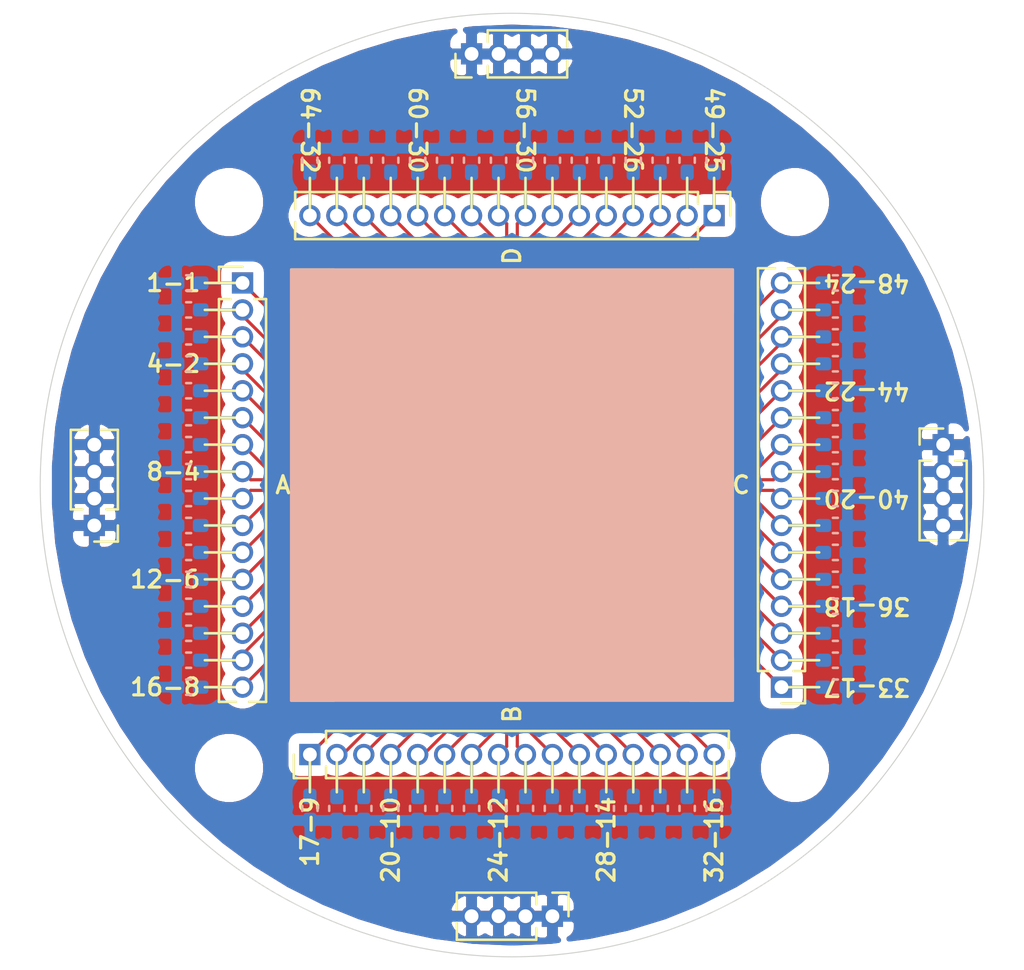
<source format=kicad_pcb>
(kicad_pcb (version 20171130) (host pcbnew 5.1.10)
  (layers (0 F.Cu signal) (31 B.Cu signal) (34 B.Paste user) (35 F.Paste user) (36 B.SilkS user) (37 F.SilkS user) (38 B.Mask user) (39 F.Mask user) (44 Edge.Cuts user))
  (net 0 "")
  (net 1 "Net-(J1-Pad8)")
  (net 2 "Net-(J1-Pad7)")
  (net 3 "Net-(J1-Pad6)")
  (net 4 "Net-(J1-Pad5)")
  (net 5 "Net-(J1-Pad4)")
  (net 6 "Net-(J1-Pad3)")
  (net 7 "Net-(J1-Pad2)")
  (net 8 "Net-(J1-Pad1)")
  (net 9 "Net-(J2-Pad8)")
  (net 10 "Net-(J2-Pad7)")
  (net 11 "Net-(J2-Pad6)")
  (net 12 "Net-(J2-Pad5)")
  (net 13 "Net-(J2-Pad4)")
  (net 14 "Net-(J2-Pad3)")
  (net 15 "Net-(J2-Pad2)")
  (net 16 "Net-(J2-Pad1)")
  (net 17 "Net-(J3-Pad8)")
  (net 18 "Net-(J3-Pad7)")
  (net 19 "Net-(J3-Pad6)")
  (net 20 "Net-(J3-Pad5)")
  (net 21 "Net-(J3-Pad4)")
  (net 22 "Net-(J3-Pad3)")
  (net 23 "Net-(J3-Pad2)")
  (net 24 "Net-(J3-Pad1)")
  (net 25 "Net-(J4-Pad8)")
  (net 26 "Net-(J4-Pad7)")
  (net 27 "Net-(J4-Pad6)")
  (net 28 "Net-(J4-Pad5)")
  (net 29 "Net-(J4-Pad4)")
  (net 30 "Net-(J4-Pad3)")
  (net 31 "Net-(J4-Pad2)")
  (net 32 "Net-(J4-Pad1)")
  (net 33 "Net-(J1-Pad15)")
  (net 34 "Net-(J1-Pad13)")
  (net 35 "Net-(J1-Pad11)")
  (net 36 "Net-(J1-Pad9)")
  (net 37 "Net-(J3-Pad15)")
  (net 38 "Net-(J3-Pad13)")
  (net 39 "Net-(J3-Pad11)")
  (net 40 "Net-(J3-Pad9)")
  (net 41 "Net-(J4-Pad15)")
  (net 42 "Net-(J4-Pad13)")
  (net 43 "Net-(J4-Pad11)")
  (net 44 "Net-(J4-Pad9)")
  (net 45 "Net-(J2-Pad15)")
  (net 46 "Net-(J2-Pad13)")
  (net 47 "Net-(J2-Pad11)")
  (net 48 "Net-(J2-Pad9)")
  (net 49 "Net-(J1-Pad16)")
  (net 50 "Net-(J1-Pad14)")
  (net 51 "Net-(J1-Pad12)")
  (net 52 "Net-(J1-Pad10)")
  (net 53 "Net-(J3-Pad16)")
  (net 54 "Net-(J3-Pad14)")
  (net 55 "Net-(J3-Pad12)")
  (net 56 "Net-(J3-Pad10)")
  (net 57 "Net-(J4-Pad16)")
  (net 58 "Net-(J4-Pad14)")
  (net 59 "Net-(J4-Pad12)")
  (net 60 "Net-(J4-Pad10)")
  (net 61 "Net-(J2-Pad16)")
  (net 62 "Net-(J2-Pad14)")
  (net 63 "Net-(J2-Pad12)")
  (net 64 "Net-(J2-Pad10)")
  (net 65 GND)
  (module Connector_PinHeader_1.27mm:PinHeader_1x04_P1.27mm_Vertical (layer F.Cu) (at 151.13 69.215)
    (fp_text reference J8 hide)
    (fp_text value GND)
    (pad 4 thru_hole oval (at 0 3.81) (size 1 1) (drill 0.65) (layers *.Cu *.Mask) (net 65 GND))
    (pad 3 thru_hole oval (at 0 2.54) (size 1 1) (drill 0.65) (layers *.Cu *.Mask) (net 65 GND))
    (pad 2 thru_hole oval (at 0 1.27) (size 1 1) (drill 0.65) (layers *.Cu *.Mask) (net 65 GND))
    (pad 1 thru_hole rect (at 0 0) (size 1 1) (drill 0.65) (layers *.Cu *.Mask) (net 65 GND))
  )
  (module Connector_PinHeader_1.27mm:PinHeader_1x04_P1.27mm_Vertical (layer F.Cu) (at 132.715 91.44 270)
    (fp_text reference J7 hide)
    (fp_text value GND)
    (pad 4 thru_hole oval (at 0 3.81 270) (size 1 1) (drill 0.65) (layers *.Cu *.Mask) (net 65 GND))
    (pad 3 thru_hole oval (at 0 2.54 270) (size 1 1) (drill 0.65) (layers *.Cu *.Mask) (net 65 GND))
    (pad 2 thru_hole oval (at 0 1.27 270) (size 1 1) (drill 0.65) (layers *.Cu *.Mask) (net 65 GND))
    (pad 1 thru_hole rect (at 0 0 270) (size 1 1) (drill 0.65) (layers *.Cu *.Mask) (net 65 GND))
  )
  (module Connector_PinHeader_1.27mm:PinHeader_1x04_P1.27mm_Vertical (layer F.Cu) (at 128.905 50.8 90)
    (fp_text reference J6 hide)
    (fp_text value GND)
    (pad 4 thru_hole oval (at 0 3.81 90) (size 1 1) (drill 0.65) (layers *.Cu *.Mask) (net 65 GND))
    (pad 3 thru_hole oval (at 0 2.54 90) (size 1 1) (drill 0.65) (layers *.Cu *.Mask) (net 65 GND))
    (pad 2 thru_hole oval (at 0 1.27 90) (size 1 1) (drill 0.65) (layers *.Cu *.Mask) (net 65 GND))
    (pad 1 thru_hole rect (at 0 0 90) (size 1 1) (drill 0.65) (layers *.Cu *.Mask) (net 65 GND))
  )
  (module Connector_PinHeader_1.27mm:PinHeader_1x04_P1.27mm_Vertical (layer F.Cu) (at 111.125 73.025 180)
    (fp_text reference J5 hide)
    (fp_text value GND)
    (pad 4 thru_hole oval (at 0 3.81 180) (size 1 1) (drill 0.65) (layers *.Cu *.Mask) (net 65 GND))
    (pad 3 thru_hole oval (at 0 2.54 180) (size 1 1) (drill 0.65) (layers *.Cu *.Mask) (net 65 GND))
    (pad 2 thru_hole oval (at 0 1.27 180) (size 1 1) (drill 0.65) (layers *.Cu *.Mask) (net 65 GND))
    (pad 1 thru_hole rect (at 0 0 180) (size 1 1) (drill 0.65) (layers *.Cu *.Mask) (net 65 GND))
  )
  (module Capacitor_SMD:C_0402_1005Metric_Pad0.74x0.62mm_HandSolder (layer B.Cu) (at 140.335 86.36 90)
    (fp_text reference JP64 hide)
    (fp_text value SolderJumper_2_Open)
    (pad 2 smd roundrect (at 0.5675 0 90) (size 0.735 0.62) (layers B.Cu B.Paste B.Mask) (net 57 "Net-(J4-Pad16)"))
    (pad 1 smd roundrect (at -0.5675 0 90) (size 0.735 0.62) (layers B.Cu B.Paste B.Mask) (net 65 GND))
  )
  (module Capacitor_SMD:C_0402_1005Metric_Pad0.74x0.62mm_HandSolder (layer B.Cu) (at 139.065 86.36 90)
    (fp_text reference JP63 hide)
    (fp_text value SolderJumper_2_Open)
    (pad 2 smd roundrect (at 0.5675 0 90) (size 0.735 0.62) (layers B.Cu B.Paste B.Mask) (net 41 "Net-(J4-Pad15)"))
    (pad 1 smd roundrect (at -0.5675 0 90) (size 0.735 0.62) (layers B.Cu B.Paste B.Mask) (net 65 GND))
  )
  (module Capacitor_SMD:C_0402_1005Metric_Pad0.74x0.62mm_HandSolder (layer B.Cu) (at 137.795 86.36 90)
    (fp_text reference JP62 hide)
    (fp_text value SolderJumper_2_Open)
    (pad 2 smd roundrect (at 0.5675 0 90) (size 0.735 0.62) (layers B.Cu B.Paste B.Mask) (net 58 "Net-(J4-Pad14)"))
    (pad 1 smd roundrect (at -0.5675 0 90) (size 0.735 0.62) (layers B.Cu B.Paste B.Mask) (net 65 GND))
  )
  (module Capacitor_SMD:C_0402_1005Metric_Pad0.74x0.62mm_HandSolder (layer B.Cu) (at 136.525 86.36 90)
    (fp_text reference JP61 hide)
    (fp_text value SolderJumper_2_Open)
    (pad 2 smd roundrect (at 0.5675 0 90) (size 0.735 0.62) (layers B.Cu B.Paste B.Mask) (net 42 "Net-(J4-Pad13)"))
    (pad 1 smd roundrect (at -0.5675 0 90) (size 0.735 0.62) (layers B.Cu B.Paste B.Mask) (net 65 GND))
  )
  (module Capacitor_SMD:C_0402_1005Metric_Pad0.74x0.62mm_HandSolder (layer B.Cu) (at 135.255 86.36 90)
    (fp_text reference JP60 hide)
    (fp_text value SolderJumper_2_Open)
    (pad 2 smd roundrect (at 0.5675 0 90) (size 0.735 0.62) (layers B.Cu B.Paste B.Mask) (net 59 "Net-(J4-Pad12)"))
    (pad 1 smd roundrect (at -0.5675 0 90) (size 0.735 0.62) (layers B.Cu B.Paste B.Mask) (net 65 GND))
  )
  (module Capacitor_SMD:C_0402_1005Metric_Pad0.74x0.62mm_HandSolder (layer B.Cu) (at 133.985 86.36 90)
    (fp_text reference JP59 hide)
    (fp_text value SolderJumper_2_Open)
    (pad 2 smd roundrect (at 0.5675 0 90) (size 0.735 0.62) (layers B.Cu B.Paste B.Mask) (net 43 "Net-(J4-Pad11)"))
    (pad 1 smd roundrect (at -0.5675 0 90) (size 0.735 0.62) (layers B.Cu B.Paste B.Mask) (net 65 GND))
  )
  (module Capacitor_SMD:C_0402_1005Metric_Pad0.74x0.62mm_HandSolder (layer B.Cu) (at 132.715 86.36 90)
    (fp_text reference JP58 hide)
    (fp_text value SolderJumper_2_Open)
    (pad 2 smd roundrect (at 0.5675 0 90) (size 0.735 0.62) (layers B.Cu B.Paste B.Mask) (net 60 "Net-(J4-Pad10)"))
    (pad 1 smd roundrect (at -0.5675 0 90) (size 0.735 0.62) (layers B.Cu B.Paste B.Mask) (net 65 GND))
  )
  (module Capacitor_SMD:C_0402_1005Metric_Pad0.74x0.62mm_HandSolder (layer B.Cu) (at 131.445 86.36 90)
    (fp_text reference JP57 hide)
    (fp_text value SolderJumper_2_Open)
    (pad 2 smd roundrect (at 0.5675 0 90) (size 0.735 0.62) (layers B.Cu B.Paste B.Mask) (net 44 "Net-(J4-Pad9)"))
    (pad 1 smd roundrect (at -0.5675 0 90) (size 0.735 0.62) (layers B.Cu B.Paste B.Mask) (net 65 GND))
  )
  (module Capacitor_SMD:C_0402_1005Metric_Pad0.74x0.62mm_HandSolder (layer B.Cu) (at 130.175 86.36 90)
    (fp_text reference JP56 hide)
    (fp_text value SolderJumper_2_Open)
    (pad 2 smd roundrect (at 0.5675 0 90) (size 0.735 0.62) (layers B.Cu B.Paste B.Mask) (net 25 "Net-(J4-Pad8)"))
    (pad 1 smd roundrect (at -0.5675 0 90) (size 0.735 0.62) (layers B.Cu B.Paste B.Mask) (net 65 GND))
  )
  (module Capacitor_SMD:C_0402_1005Metric_Pad0.74x0.62mm_HandSolder (layer B.Cu) (at 128.905 86.36 90)
    (fp_text reference JP55 hide)
    (fp_text value SolderJumper_2_Open)
    (pad 2 smd roundrect (at 0.5675 0 90) (size 0.735 0.62) (layers B.Cu B.Paste B.Mask) (net 26 "Net-(J4-Pad7)"))
    (pad 1 smd roundrect (at -0.5675 0 90) (size 0.735 0.62) (layers B.Cu B.Paste B.Mask) (net 65 GND))
  )
  (module Capacitor_SMD:C_0402_1005Metric_Pad0.74x0.62mm_HandSolder (layer B.Cu) (at 127.635 86.36 90)
    (fp_text reference JP54 hide)
    (fp_text value SolderJumper_2_Open)
    (pad 2 smd roundrect (at 0.5675 0 90) (size 0.735 0.62) (layers B.Cu B.Paste B.Mask) (net 27 "Net-(J4-Pad6)"))
    (pad 1 smd roundrect (at -0.5675 0 90) (size 0.735 0.62) (layers B.Cu B.Paste B.Mask) (net 65 GND))
  )
  (module Capacitor_SMD:C_0402_1005Metric_Pad0.74x0.62mm_HandSolder (layer B.Cu) (at 126.365 86.36 90)
    (fp_text reference JP53 hide)
    (fp_text value SolderJumper_2_Open)
    (pad 2 smd roundrect (at 0.5675 0 90) (size 0.735 0.62) (layers B.Cu B.Paste B.Mask) (net 28 "Net-(J4-Pad5)"))
    (pad 1 smd roundrect (at -0.5675 0 90) (size 0.735 0.62) (layers B.Cu B.Paste B.Mask) (net 65 GND))
  )
  (module Capacitor_SMD:C_0402_1005Metric_Pad0.74x0.62mm_HandSolder (layer B.Cu) (at 125.095 86.36 90)
    (fp_text reference JP52 hide)
    (fp_text value SolderJumper_2_Open)
    (pad 2 smd roundrect (at 0.5675 0 90) (size 0.735 0.62) (layers B.Cu B.Paste B.Mask) (net 29 "Net-(J4-Pad4)"))
    (pad 1 smd roundrect (at -0.5675 0 90) (size 0.735 0.62) (layers B.Cu B.Paste B.Mask) (net 65 GND))
  )
  (module Capacitor_SMD:C_0402_1005Metric_Pad0.74x0.62mm_HandSolder (layer B.Cu) (at 123.825 86.36 90)
    (fp_text reference JP51 hide)
    (fp_text value SolderJumper_2_Open)
    (pad 2 smd roundrect (at 0.5675 0 90) (size 0.735 0.62) (layers B.Cu B.Paste B.Mask) (net 30 "Net-(J4-Pad3)"))
    (pad 1 smd roundrect (at -0.5675 0 90) (size 0.735 0.62) (layers B.Cu B.Paste B.Mask) (net 65 GND))
  )
  (module Capacitor_SMD:C_0402_1005Metric_Pad0.74x0.62mm_HandSolder (layer B.Cu) (at 122.555 86.36 90)
    (fp_text reference JP50 hide)
    (fp_text value SolderJumper_2_Open)
    (pad 2 smd roundrect (at 0.5675 0 90) (size 0.735 0.62) (layers B.Cu B.Paste B.Mask) (net 31 "Net-(J4-Pad2)"))
    (pad 1 smd roundrect (at -0.5675 0 90) (size 0.735 0.62) (layers B.Cu B.Paste B.Mask) (net 65 GND))
  )
  (module Capacitor_SMD:C_0402_1005Metric_Pad0.74x0.62mm_HandSolder (layer B.Cu) (at 121.285 86.36 90)
    (fp_text reference JP49 hide)
    (fp_text value SolderJumper_2_Open)
    (pad 2 smd roundrect (at 0.5675 0 90) (size 0.735 0.62) (layers B.Cu B.Paste B.Mask) (net 32 "Net-(J4-Pad1)"))
    (pad 1 smd roundrect (at -0.5675 0 90) (size 0.735 0.62) (layers B.Cu B.Paste B.Mask) (net 65 GND))
  )
  (module Capacitor_SMD:C_0402_1005Metric_Pad0.74x0.62mm_HandSolder (layer B.Cu) (at 146.05 80.645 180)
    (fp_text reference JP48 hide)
    (fp_text value SolderJumper_2_Open)
    (pad 2 smd roundrect (at 0.5675 0 180) (size 0.735 0.62) (layers B.Cu B.Paste B.Mask) (net 24 "Net-(J3-Pad1)"))
    (pad 1 smd roundrect (at -0.5675 0 180) (size 0.735 0.62) (layers B.Cu B.Paste B.Mask) (net 65 GND))
  )
  (module Capacitor_SMD:C_0402_1005Metric_Pad0.74x0.62mm_HandSolder (layer B.Cu) (at 115.57 80.645)
    (fp_text reference JP47 hide)
    (fp_text value SolderJumper_2_Open)
    (pad 2 smd roundrect (at 0.5675 0) (size 0.735 0.62) (layers B.Cu B.Paste B.Mask) (net 61 "Net-(J2-Pad16)"))
    (pad 1 smd roundrect (at -0.5675 0) (size 0.735 0.62) (layers B.Cu B.Paste B.Mask) (net 65 GND))
  )
  (module Capacitor_SMD:C_0402_1005Metric_Pad0.74x0.62mm_HandSolder (layer B.Cu) (at 146.05 79.375 180)
    (fp_text reference JP46 hide)
    (fp_text value SolderJumper_2_Open)
    (pad 2 smd roundrect (at 0.5675 0 180) (size 0.735 0.62) (layers B.Cu B.Paste B.Mask) (net 23 "Net-(J3-Pad2)"))
    (pad 1 smd roundrect (at -0.5675 0 180) (size 0.735 0.62) (layers B.Cu B.Paste B.Mask) (net 65 GND))
  )
  (module Capacitor_SMD:C_0402_1005Metric_Pad0.74x0.62mm_HandSolder (layer B.Cu) (at 115.57 79.375)
    (fp_text reference JP45 hide)
    (fp_text value SolderJumper_2_Open)
    (pad 2 smd roundrect (at 0.5675 0) (size 0.735 0.62) (layers B.Cu B.Paste B.Mask) (net 45 "Net-(J2-Pad15)"))
    (pad 1 smd roundrect (at -0.5675 0) (size 0.735 0.62) (layers B.Cu B.Paste B.Mask) (net 65 GND))
  )
  (module Capacitor_SMD:C_0402_1005Metric_Pad0.74x0.62mm_HandSolder (layer B.Cu) (at 146.05 78.105 180)
    (fp_text reference JP44 hide)
    (fp_text value SolderJumper_2_Open)
    (pad 2 smd roundrect (at 0.5675 0 180) (size 0.735 0.62) (layers B.Cu B.Paste B.Mask) (net 22 "Net-(J3-Pad3)"))
    (pad 1 smd roundrect (at -0.5675 0 180) (size 0.735 0.62) (layers B.Cu B.Paste B.Mask) (net 65 GND))
  )
  (module Capacitor_SMD:C_0402_1005Metric_Pad0.74x0.62mm_HandSolder (layer B.Cu) (at 115.57 78.105)
    (fp_text reference JP43 hide)
    (fp_text value SolderJumper_2_Open)
    (pad 2 smd roundrect (at 0.5675 0) (size 0.735 0.62) (layers B.Cu B.Paste B.Mask) (net 62 "Net-(J2-Pad14)"))
    (pad 1 smd roundrect (at -0.5675 0) (size 0.735 0.62) (layers B.Cu B.Paste B.Mask) (net 65 GND))
  )
  (module Capacitor_SMD:C_0402_1005Metric_Pad0.74x0.62mm_HandSolder (layer B.Cu) (at 146.05 76.835 180)
    (fp_text reference JP42 hide)
    (fp_text value SolderJumper_2_Open)
    (pad 2 smd roundrect (at 0.5675 0 180) (size 0.735 0.62) (layers B.Cu B.Paste B.Mask) (net 21 "Net-(J3-Pad4)"))
    (pad 1 smd roundrect (at -0.5675 0 180) (size 0.735 0.62) (layers B.Cu B.Paste B.Mask) (net 65 GND))
  )
  (module Capacitor_SMD:C_0402_1005Metric_Pad0.74x0.62mm_HandSolder (layer B.Cu) (at 115.57 76.835)
    (fp_text reference JP41 hide)
    (fp_text value SolderJumper_2_Open)
    (pad 2 smd roundrect (at 0.5675 0) (size 0.735 0.62) (layers B.Cu B.Paste B.Mask) (net 46 "Net-(J2-Pad13)"))
    (pad 1 smd roundrect (at -0.5675 0) (size 0.735 0.62) (layers B.Cu B.Paste B.Mask) (net 65 GND))
  )
  (module Capacitor_SMD:C_0402_1005Metric_Pad0.74x0.62mm_HandSolder (layer B.Cu) (at 146.05 75.565 180)
    (fp_text reference JP40 hide)
    (fp_text value SolderJumper_2_Open)
    (pad 2 smd roundrect (at 0.5675 0 180) (size 0.735 0.62) (layers B.Cu B.Paste B.Mask) (net 20 "Net-(J3-Pad5)"))
    (pad 1 smd roundrect (at -0.5675 0 180) (size 0.735 0.62) (layers B.Cu B.Paste B.Mask) (net 65 GND))
  )
  (module Capacitor_SMD:C_0402_1005Metric_Pad0.74x0.62mm_HandSolder (layer B.Cu) (at 115.57 75.565)
    (fp_text reference JP39 hide)
    (fp_text value SolderJumper_2_Open)
    (pad 2 smd roundrect (at 0.5675 0) (size 0.735 0.62) (layers B.Cu B.Paste B.Mask) (net 63 "Net-(J2-Pad12)"))
    (pad 1 smd roundrect (at -0.5675 0) (size 0.735 0.62) (layers B.Cu B.Paste B.Mask) (net 65 GND))
  )
  (module Capacitor_SMD:C_0402_1005Metric_Pad0.74x0.62mm_HandSolder (layer B.Cu) (at 146.05 74.295 180)
    (fp_text reference JP38 hide)
    (fp_text value SolderJumper_2_Open)
    (pad 2 smd roundrect (at 0.5675 0 180) (size 0.735 0.62) (layers B.Cu B.Paste B.Mask) (net 19 "Net-(J3-Pad6)"))
    (pad 1 smd roundrect (at -0.5675 0 180) (size 0.735 0.62) (layers B.Cu B.Paste B.Mask) (net 65 GND))
  )
  (module Capacitor_SMD:C_0402_1005Metric_Pad0.74x0.62mm_HandSolder (layer B.Cu) (at 115.57 74.295)
    (fp_text reference JP37 hide)
    (fp_text value SolderJumper_2_Open)
    (pad 2 smd roundrect (at 0.5675 0) (size 0.735 0.62) (layers B.Cu B.Paste B.Mask) (net 47 "Net-(J2-Pad11)"))
    (pad 1 smd roundrect (at -0.5675 0) (size 0.735 0.62) (layers B.Cu B.Paste B.Mask) (net 65 GND))
  )
  (module Capacitor_SMD:C_0402_1005Metric_Pad0.74x0.62mm_HandSolder (layer B.Cu) (at 146.05 73.025 180)
    (fp_text reference JP36 hide)
    (fp_text value SolderJumper_2_Open)
    (pad 2 smd roundrect (at 0.5675 0 180) (size 0.735 0.62) (layers B.Cu B.Paste B.Mask) (net 18 "Net-(J3-Pad7)"))
    (pad 1 smd roundrect (at -0.5675 0 180) (size 0.735 0.62) (layers B.Cu B.Paste B.Mask) (net 65 GND))
  )
  (module Capacitor_SMD:C_0402_1005Metric_Pad0.74x0.62mm_HandSolder (layer B.Cu) (at 115.57 73.025)
    (fp_text reference JP35 hide)
    (fp_text value SolderJumper_2_Open)
    (pad 2 smd roundrect (at 0.5675 0) (size 0.735 0.62) (layers B.Cu B.Paste B.Mask) (net 64 "Net-(J2-Pad10)"))
    (pad 1 smd roundrect (at -0.5675 0) (size 0.735 0.62) (layers B.Cu B.Paste B.Mask) (net 65 GND))
  )
  (module Capacitor_SMD:C_0402_1005Metric_Pad0.74x0.62mm_HandSolder (layer B.Cu) (at 146.05 71.755 180)
    (fp_text reference JP34 hide)
    (fp_text value SolderJumper_2_Open)
    (pad 2 smd roundrect (at 0.5675 0 180) (size 0.735 0.62) (layers B.Cu B.Paste B.Mask) (net 17 "Net-(J3-Pad8)"))
    (pad 1 smd roundrect (at -0.5675 0 180) (size 0.735 0.62) (layers B.Cu B.Paste B.Mask) (net 65 GND))
  )
  (module Capacitor_SMD:C_0402_1005Metric_Pad0.74x0.62mm_HandSolder (layer B.Cu) (at 115.57 71.755)
    (fp_text reference JP33 hide)
    (fp_text value SolderJumper_2_Open)
    (pad 2 smd roundrect (at 0.5675 0) (size 0.735 0.62) (layers B.Cu B.Paste B.Mask) (net 48 "Net-(J2-Pad9)"))
    (pad 1 smd roundrect (at -0.5675 0) (size 0.735 0.62) (layers B.Cu B.Paste B.Mask) (net 65 GND))
  )
  (module Capacitor_SMD:C_0402_1005Metric_Pad0.74x0.62mm_HandSolder (layer B.Cu) (at 146.05 70.485 180)
    (fp_text reference JP32 hide)
    (fp_text value SolderJumper_2_Open)
    (pad 2 smd roundrect (at 0.5675 0 180) (size 0.735 0.62) (layers B.Cu B.Paste B.Mask) (net 40 "Net-(J3-Pad9)"))
    (pad 1 smd roundrect (at -0.5675 0 180) (size 0.735 0.62) (layers B.Cu B.Paste B.Mask) (net 65 GND))
  )
  (module Capacitor_SMD:C_0402_1005Metric_Pad0.74x0.62mm_HandSolder (layer B.Cu) (at 115.57 70.485)
    (fp_text reference JP31 hide)
    (fp_text value SolderJumper_2_Open)
    (pad 2 smd roundrect (at 0.5675 0) (size 0.735 0.62) (layers B.Cu B.Paste B.Mask) (net 9 "Net-(J2-Pad8)"))
    (pad 1 smd roundrect (at -0.5675 0) (size 0.735 0.62) (layers B.Cu B.Paste B.Mask) (net 65 GND))
  )
  (module Capacitor_SMD:C_0402_1005Metric_Pad0.74x0.62mm_HandSolder (layer B.Cu) (at 146.05 69.215 180)
    (fp_text reference JP30 hide)
    (fp_text value SolderJumper_2_Open)
    (pad 2 smd roundrect (at 0.5675 0 180) (size 0.735 0.62) (layers B.Cu B.Paste B.Mask) (net 56 "Net-(J3-Pad10)"))
    (pad 1 smd roundrect (at -0.5675 0 180) (size 0.735 0.62) (layers B.Cu B.Paste B.Mask) (net 65 GND))
  )
  (module Capacitor_SMD:C_0402_1005Metric_Pad0.74x0.62mm_HandSolder (layer B.Cu) (at 115.57 69.215)
    (fp_text reference JP29 hide)
    (fp_text value SolderJumper_2_Open)
    (pad 2 smd roundrect (at 0.5675 0) (size 0.735 0.62) (layers B.Cu B.Paste B.Mask) (net 10 "Net-(J2-Pad7)"))
    (pad 1 smd roundrect (at -0.5675 0) (size 0.735 0.62) (layers B.Cu B.Paste B.Mask) (net 65 GND))
  )
  (module Capacitor_SMD:C_0402_1005Metric_Pad0.74x0.62mm_HandSolder (layer B.Cu) (at 146.05 67.945 180)
    (fp_text reference JP28 hide)
    (fp_text value SolderJumper_2_Open)
    (pad 2 smd roundrect (at 0.5675 0 180) (size 0.735 0.62) (layers B.Cu B.Paste B.Mask) (net 39 "Net-(J3-Pad11)"))
    (pad 1 smd roundrect (at -0.5675 0 180) (size 0.735 0.62) (layers B.Cu B.Paste B.Mask) (net 65 GND))
  )
  (module Capacitor_SMD:C_0402_1005Metric_Pad0.74x0.62mm_HandSolder (layer B.Cu) (at 115.57 67.945)
    (fp_text reference JP27 hide)
    (fp_text value SolderJumper_2_Open)
    (pad 2 smd roundrect (at 0.5675 0) (size 0.735 0.62) (layers B.Cu B.Paste B.Mask) (net 11 "Net-(J2-Pad6)"))
    (pad 1 smd roundrect (at -0.5675 0) (size 0.735 0.62) (layers B.Cu B.Paste B.Mask) (net 65 GND))
  )
  (module Capacitor_SMD:C_0402_1005Metric_Pad0.74x0.62mm_HandSolder (layer B.Cu) (at 146.05 66.675 180)
    (fp_text reference JP26 hide)
    (fp_text value SolderJumper_2_Open)
    (pad 2 smd roundrect (at 0.5675 0 180) (size 0.735 0.62) (layers B.Cu B.Paste B.Mask) (net 55 "Net-(J3-Pad12)"))
    (pad 1 smd roundrect (at -0.5675 0 180) (size 0.735 0.62) (layers B.Cu B.Paste B.Mask) (net 65 GND))
  )
  (module Capacitor_SMD:C_0402_1005Metric_Pad0.74x0.62mm_HandSolder (layer B.Cu) (at 115.57 66.675)
    (fp_text reference JP25 hide)
    (fp_text value SolderJumper_2_Open)
    (pad 2 smd roundrect (at 0.5675 0) (size 0.735 0.62) (layers B.Cu B.Paste B.Mask) (net 12 "Net-(J2-Pad5)"))
    (pad 1 smd roundrect (at -0.5675 0) (size 0.735 0.62) (layers B.Cu B.Paste B.Mask) (net 65 GND))
  )
  (module Capacitor_SMD:C_0402_1005Metric_Pad0.74x0.62mm_HandSolder (layer B.Cu) (at 146.05 65.405 180)
    (fp_text reference JP24 hide)
    (fp_text value SolderJumper_2_Open)
    (pad 2 smd roundrect (at 0.5675 0 180) (size 0.735 0.62) (layers B.Cu B.Paste B.Mask) (net 38 "Net-(J3-Pad13)"))
    (pad 1 smd roundrect (at -0.5675 0 180) (size 0.735 0.62) (layers B.Cu B.Paste B.Mask) (net 65 GND))
  )
  (module Capacitor_SMD:C_0402_1005Metric_Pad0.74x0.62mm_HandSolder (layer B.Cu) (at 115.57 65.405)
    (fp_text reference JP23 hide)
    (fp_text value SolderJumper_2_Open)
    (pad 2 smd roundrect (at 0.5675 0) (size 0.735 0.62) (layers B.Cu B.Paste B.Mask) (net 13 "Net-(J2-Pad4)"))
    (pad 1 smd roundrect (at -0.5675 0) (size 0.735 0.62) (layers B.Cu B.Paste B.Mask) (net 65 GND))
  )
  (module Capacitor_SMD:C_0402_1005Metric_Pad0.74x0.62mm_HandSolder (layer B.Cu) (at 146.05 64.135 180)
    (fp_text reference JP22 hide)
    (fp_text value SolderJumper_2_Open)
    (pad 2 smd roundrect (at 0.5675 0 180) (size 0.735 0.62) (layers B.Cu B.Paste B.Mask) (net 54 "Net-(J3-Pad14)"))
    (pad 1 smd roundrect (at -0.5675 0 180) (size 0.735 0.62) (layers B.Cu B.Paste B.Mask) (net 65 GND))
  )
  (module Capacitor_SMD:C_0402_1005Metric_Pad0.74x0.62mm_HandSolder (layer B.Cu) (at 115.57 64.135)
    (fp_text reference JP21 hide)
    (fp_text value SolderJumper_2_Open)
    (pad 2 smd roundrect (at 0.5675 0) (size 0.735 0.62) (layers B.Cu B.Paste B.Mask) (net 14 "Net-(J2-Pad3)"))
    (pad 1 smd roundrect (at -0.5675 0) (size 0.735 0.62) (layers B.Cu B.Paste B.Mask) (net 65 GND))
  )
  (module Capacitor_SMD:C_0402_1005Metric_Pad0.74x0.62mm_HandSolder (layer B.Cu) (at 146.05 62.865 180)
    (fp_text reference JP20 hide)
    (fp_text value SolderJumper_2_Open)
    (pad 2 smd roundrect (at 0.5675 0 180) (size 0.735 0.62) (layers B.Cu B.Paste B.Mask) (net 37 "Net-(J3-Pad15)"))
    (pad 1 smd roundrect (at -0.5675 0 180) (size 0.735 0.62) (layers B.Cu B.Paste B.Mask) (net 65 GND))
  )
  (module Capacitor_SMD:C_0402_1005Metric_Pad0.74x0.62mm_HandSolder (layer B.Cu) (at 115.57 62.865)
    (fp_text reference JP19 hide)
    (fp_text value SolderJumper_2_Open)
    (pad 2 smd roundrect (at 0.5675 0) (size 0.735 0.62) (layers B.Cu B.Paste B.Mask) (net 15 "Net-(J2-Pad2)"))
    (pad 1 smd roundrect (at -0.5675 0) (size 0.735 0.62) (layers B.Cu B.Paste B.Mask) (net 65 GND))
  )
  (module Capacitor_SMD:C_0402_1005Metric_Pad0.74x0.62mm_HandSolder (layer B.Cu) (at 146.05 61.595 180)
    (fp_text reference JP18 hide)
    (fp_text value SolderJumper_2_Open)
    (pad 2 smd roundrect (at 0.5675 0 180) (size 0.735 0.62) (layers B.Cu B.Paste B.Mask) (net 53 "Net-(J3-Pad16)"))
    (pad 1 smd roundrect (at -0.5675 0 180) (size 0.735 0.62) (layers B.Cu B.Paste B.Mask) (net 65 GND))
  )
  (module Capacitor_SMD:C_0402_1005Metric_Pad0.74x0.62mm_HandSolder (layer B.Cu) (at 115.57 61.595)
    (fp_text reference JP17 hide)
    (fp_text value SolderJumper_2_Open)
    (pad 2 smd roundrect (at 0.5675 0) (size 0.735 0.62) (layers B.Cu B.Paste B.Mask) (net 16 "Net-(J2-Pad1)"))
    (pad 1 smd roundrect (at -0.5675 0) (size 0.735 0.62) (layers B.Cu B.Paste B.Mask) (net 65 GND))
  )
  (module Capacitor_SMD:C_0402_1005Metric_Pad0.74x0.62mm_HandSolder (layer B.Cu) (at 140.335 55.8125 270)
    (fp_text reference JP16 hide)
    (fp_text value SolderJumper_2_Open)
    (pad 2 smd roundrect (at 0.5675 0 270) (size 0.735 0.62) (layers B.Cu B.Paste B.Mask) (net 8 "Net-(J1-Pad1)"))
    (pad 1 smd roundrect (at -0.5675 0 270) (size 0.735 0.62) (layers B.Cu B.Paste B.Mask) (net 65 GND))
  )
  (module Capacitor_SMD:C_0402_1005Metric_Pad0.74x0.62mm_HandSolder (layer B.Cu) (at 139.065 55.8125 270)
    (fp_text reference JP15 hide)
    (fp_text value SolderJumper_2_Open)
    (pad 2 smd roundrect (at 0.5675 0 270) (size 0.735 0.62) (layers B.Cu B.Paste B.Mask) (net 7 "Net-(J1-Pad2)"))
    (pad 1 smd roundrect (at -0.5675 0 270) (size 0.735 0.62) (layers B.Cu B.Paste B.Mask) (net 65 GND))
  )
  (module Capacitor_SMD:C_0402_1005Metric_Pad0.74x0.62mm_HandSolder (layer B.Cu) (at 137.795 55.8125 270)
    (fp_text reference JP14 hide)
    (fp_text value SolderJumper_2_Open)
    (pad 2 smd roundrect (at 0.5675 0 270) (size 0.735 0.62) (layers B.Cu B.Paste B.Mask) (net 6 "Net-(J1-Pad3)"))
    (pad 1 smd roundrect (at -0.5675 0 270) (size 0.735 0.62) (layers B.Cu B.Paste B.Mask) (net 65 GND))
  )
  (module Capacitor_SMD:C_0402_1005Metric_Pad0.74x0.62mm_HandSolder (layer B.Cu) (at 136.525 55.8125 270)
    (fp_text reference JP13 hide)
    (fp_text value SolderJumper_2_Open)
    (pad 2 smd roundrect (at 0.5675 0 270) (size 0.735 0.62) (layers B.Cu B.Paste B.Mask) (net 5 "Net-(J1-Pad4)"))
    (pad 1 smd roundrect (at -0.5675 0 270) (size 0.735 0.62) (layers B.Cu B.Paste B.Mask) (net 65 GND))
  )
  (module Capacitor_SMD:C_0402_1005Metric_Pad0.74x0.62mm_HandSolder (layer B.Cu) (at 135.255 55.8125 270)
    (fp_text reference JP12 hide)
    (fp_text value SolderJumper_2_Open)
    (pad 2 smd roundrect (at 0.5675 0 270) (size 0.735 0.62) (layers B.Cu B.Paste B.Mask) (net 4 "Net-(J1-Pad5)"))
    (pad 1 smd roundrect (at -0.5675 0 270) (size 0.735 0.62) (layers B.Cu B.Paste B.Mask) (net 65 GND))
  )
  (module Capacitor_SMD:C_0402_1005Metric_Pad0.74x0.62mm_HandSolder (layer B.Cu) (at 133.985 55.8125 270)
    (fp_text reference JP11 hide)
    (fp_text value SolderJumper_2_Open)
    (pad 2 smd roundrect (at 0.5675 0 270) (size 0.735 0.62) (layers B.Cu B.Paste B.Mask) (net 3 "Net-(J1-Pad6)"))
    (pad 1 smd roundrect (at -0.5675 0 270) (size 0.735 0.62) (layers B.Cu B.Paste B.Mask) (net 65 GND))
  )
  (module Capacitor_SMD:C_0402_1005Metric_Pad0.74x0.62mm_HandSolder (layer B.Cu) (at 132.715 55.8125 270)
    (fp_text reference JP10 hide)
    (fp_text value SolderJumper_2_Open)
    (pad 2 smd roundrect (at 0.5675 0 270) (size 0.735 0.62) (layers B.Cu B.Paste B.Mask) (net 2 "Net-(J1-Pad7)"))
    (pad 1 smd roundrect (at -0.5675 0 270) (size 0.735 0.62) (layers B.Cu B.Paste B.Mask) (net 65 GND))
  )
  (module Capacitor_SMD:C_0402_1005Metric_Pad0.74x0.62mm_HandSolder (layer B.Cu) (at 131.445 55.8125 270)
    (fp_text reference JP9 hide)
    (fp_text value SolderJumper_2_Open)
    (pad 2 smd roundrect (at 0.5675 0 270) (size 0.735 0.62) (layers B.Cu B.Paste B.Mask) (net 1 "Net-(J1-Pad8)"))
    (pad 1 smd roundrect (at -0.5675 0 270) (size 0.735 0.62) (layers B.Cu B.Paste B.Mask) (net 65 GND))
  )
  (module Capacitor_SMD:C_0402_1005Metric_Pad0.74x0.62mm_HandSolder (layer B.Cu) (at 130.175 55.8125 270)
    (fp_text reference JP8 hide)
    (fp_text value SolderJumper_2_Open)
    (pad 2 smd roundrect (at 0.5675 0 270) (size 0.735 0.62) (layers B.Cu B.Paste B.Mask) (net 36 "Net-(J1-Pad9)"))
    (pad 1 smd roundrect (at -0.5675 0 270) (size 0.735 0.62) (layers B.Cu B.Paste B.Mask) (net 65 GND))
  )
  (module Capacitor_SMD:C_0402_1005Metric_Pad0.74x0.62mm_HandSolder (layer B.Cu) (at 128.905 55.8125 270)
    (fp_text reference JP7 hide)
    (fp_text value SolderJumper_2_Open)
    (pad 2 smd roundrect (at 0.5675 0 270) (size 0.735 0.62) (layers B.Cu B.Paste B.Mask) (net 52 "Net-(J1-Pad10)"))
    (pad 1 smd roundrect (at -0.5675 0 270) (size 0.735 0.62) (layers B.Cu B.Paste B.Mask) (net 65 GND))
  )
  (module Capacitor_SMD:C_0402_1005Metric_Pad0.74x0.62mm_HandSolder (layer B.Cu) (at 127.635 55.8125 270)
    (fp_text reference JP6 hide)
    (fp_text value SolderJumper_2_Open)
    (pad 2 smd roundrect (at 0.5675 0 270) (size 0.735 0.62) (layers B.Cu B.Paste B.Mask) (net 35 "Net-(J1-Pad11)"))
    (pad 1 smd roundrect (at -0.5675 0 270) (size 0.735 0.62) (layers B.Cu B.Paste B.Mask) (net 65 GND))
  )
  (module Capacitor_SMD:C_0402_1005Metric_Pad0.74x0.62mm_HandSolder (layer B.Cu) (at 126.365 55.8125 270)
    (fp_text reference JP5 hide)
    (fp_text value SolderJumper_2_Open)
    (pad 2 smd roundrect (at 0.5675 0 270) (size 0.735 0.62) (layers B.Cu B.Paste B.Mask) (net 51 "Net-(J1-Pad12)"))
    (pad 1 smd roundrect (at -0.5675 0 270) (size 0.735 0.62) (layers B.Cu B.Paste B.Mask) (net 65 GND))
  )
  (module Capacitor_SMD:C_0402_1005Metric_Pad0.74x0.62mm_HandSolder (layer B.Cu) (at 125.095 55.8125 270)
    (fp_text reference JP4 hide)
    (fp_text value SolderJumper_2_Open)
    (pad 2 smd roundrect (at 0.5675 0 270) (size 0.735 0.62) (layers B.Cu B.Paste B.Mask) (net 34 "Net-(J1-Pad13)"))
    (pad 1 smd roundrect (at -0.5675 0 270) (size 0.735 0.62) (layers B.Cu B.Paste B.Mask) (net 65 GND))
  )
  (module Capacitor_SMD:C_0402_1005Metric_Pad0.74x0.62mm_HandSolder (layer B.Cu) (at 123.825 55.8125 270)
    (fp_text reference JP3 hide)
    (fp_text value SolderJumper_2_Open)
    (pad 2 smd roundrect (at 0.5675 0 270) (size 0.735 0.62) (layers B.Cu B.Paste B.Mask) (net 50 "Net-(J1-Pad14)"))
    (pad 1 smd roundrect (at -0.5675 0 270) (size 0.735 0.62) (layers B.Cu B.Paste B.Mask) (net 65 GND))
  )
  (module Capacitor_SMD:C_0402_1005Metric_Pad0.74x0.62mm_HandSolder (layer B.Cu) (at 122.555 55.8125 270)
    (fp_text reference JP2 hide)
    (fp_text value SolderJumper_2_Open)
    (pad 2 smd roundrect (at 0.5675 0 270) (size 0.735 0.62) (layers B.Cu B.Paste B.Mask) (net 33 "Net-(J1-Pad15)"))
    (pad 1 smd roundrect (at -0.5675 0 270) (size 0.735 0.62) (layers B.Cu B.Paste B.Mask) (net 65 GND))
  )
  (module Capacitor_SMD:C_0402_1005Metric_Pad0.74x0.62mm_HandSolder (layer B.Cu) (at 121.285 55.8125 270)
    (fp_text reference JP1 hide)
    (fp_text value SolderJumper_2_Open)
    (pad 2 smd roundrect (at 0.5675 0 270) (size 0.735 0.62) (layers B.Cu B.Paste B.Mask) (net 49 "Net-(J1-Pad16)"))
    (pad 1 smd roundrect (at -0.5675 0 270) (size 0.735 0.62) (layers B.Cu B.Paste B.Mask) (net 65 GND))
  )
  (module MountingHole:MountingHole_2.2mm_M2 (layer F.Cu) (at 144.145 57.785)
    (fp_text reference H4 hide)
    (fp_text value MountingHole)
    (pad 1 np_thru_hole circle (at 0 0) (size 2.2 2.2) (drill 2.2) (layers *.Cu *.Mask))
  )
  (module MountingHole:MountingHole_2.2mm_M2 (layer F.Cu) (at 144.145 84.455)
    (fp_text reference H3 hide)
    (fp_text value MountingHole)
    (pad 1 np_thru_hole circle (at 0 0) (size 2.2 2.2) (drill 2.2) (layers *.Cu *.Mask))
  )
  (module MountingHole:MountingHole_2.2mm_M2 (layer F.Cu) (at 117.475 84.455)
    (fp_text reference H2 hide)
    (fp_text value MountingHole)
    (pad 1 np_thru_hole circle (at 0 0) (size 2.2 2.2) (drill 2.2) (layers *.Cu *.Mask))
  )
  (module MountingHole:MountingHole_2.2mm_M2 (layer F.Cu) (at 117.475 57.785)
    (fp_text reference H1 hide)
    (fp_text value MountingHole)
    (pad 1 np_thru_hole circle (at 0 0) (size 2.2 2.2) (drill 2.2) (layers *.Cu *.Mask))
  )
  (module Connector_PinHeader_1.27mm:PinHeader_1x16_P1.27mm_Vertical (layer F.Cu) (at 121.285 83.82 90)
    (fp_text reference J4 hide)
    (fp_text value B (at 1.905 9.525 90) (layer F.SilkS) (effects (font (size 0.8 0.8))))
    (pad 16 thru_hole oval (at 0 19.05 90) (size 1 1) (drill 0.65) (layers *.Cu *.Mask) (net 57 "Net-(J4-Pad16)"))
    (pad 15 thru_hole oval (at 0 17.78 90) (size 1 1) (drill 0.65) (layers *.Cu *.Mask) (net 41 "Net-(J4-Pad15)"))
    (pad 14 thru_hole oval (at 0 16.51 90) (size 1 1) (drill 0.65) (layers *.Cu *.Mask) (net 58 "Net-(J4-Pad14)"))
    (pad 13 thru_hole oval (at 0 15.24 90) (size 1 1) (drill 0.65) (layers *.Cu *.Mask) (net 42 "Net-(J4-Pad13)"))
    (pad 12 thru_hole oval (at 0 13.97 90) (size 1 1) (drill 0.65) (layers *.Cu *.Mask) (net 59 "Net-(J4-Pad12)"))
    (pad 11 thru_hole oval (at 0 12.7 90) (size 1 1) (drill 0.65) (layers *.Cu *.Mask) (net 43 "Net-(J4-Pad11)"))
    (pad 10 thru_hole oval (at 0 11.43 90) (size 1 1) (drill 0.65) (layers *.Cu *.Mask) (net 60 "Net-(J4-Pad10)"))
    (pad 9 thru_hole oval (at 0 10.16 90) (size 1 1) (drill 0.65) (layers *.Cu *.Mask) (net 44 "Net-(J4-Pad9)"))
    (pad 8 thru_hole oval (at 0 8.89 90) (size 1 1) (drill 0.65) (layers *.Cu *.Mask) (net 25 "Net-(J4-Pad8)"))
    (pad 7 thru_hole oval (at 0 7.62 90) (size 1 1) (drill 0.65) (layers *.Cu *.Mask) (net 26 "Net-(J4-Pad7)"))
    (pad 6 thru_hole oval (at 0 6.35 90) (size 1 1) (drill 0.65) (layers *.Cu *.Mask) (net 27 "Net-(J4-Pad6)"))
    (pad 5 thru_hole oval (at 0 5.08 90) (size 1 1) (drill 0.65) (layers *.Cu *.Mask) (net 28 "Net-(J4-Pad5)"))
    (pad 4 thru_hole oval (at 0 3.81 90) (size 1 1) (drill 0.65) (layers *.Cu *.Mask) (net 29 "Net-(J4-Pad4)"))
    (pad 3 thru_hole oval (at 0 2.54 90) (size 1 1) (drill 0.65) (layers *.Cu *.Mask) (net 30 "Net-(J4-Pad3)"))
    (pad 2 thru_hole oval (at 0 1.27 90) (size 1 1) (drill 0.65) (layers *.Cu *.Mask) (net 31 "Net-(J4-Pad2)"))
    (pad 1 thru_hole rect (at 0 0 90) (size 1 1) (drill 0.65) (layers *.Cu *.Mask) (net 32 "Net-(J4-Pad1)"))
  )
  (module Connector_PinHeader_1.27mm:PinHeader_1x16_P1.27mm_Vertical (layer F.Cu) (at 143.51 80.645 180)
    (fp_text reference J3 hide)
    (fp_text value C (at 1.905 9.525) (layer F.SilkS) (effects (font (size 0.8 0.8))))
    (pad 16 thru_hole oval (at 0 19.05 180) (size 1 1) (drill 0.65) (layers *.Cu *.Mask) (net 53 "Net-(J3-Pad16)"))
    (pad 15 thru_hole oval (at 0 17.78 180) (size 1 1) (drill 0.65) (layers *.Cu *.Mask) (net 37 "Net-(J3-Pad15)"))
    (pad 14 thru_hole oval (at 0 16.51 180) (size 1 1) (drill 0.65) (layers *.Cu *.Mask) (net 54 "Net-(J3-Pad14)"))
    (pad 13 thru_hole oval (at 0 15.24 180) (size 1 1) (drill 0.65) (layers *.Cu *.Mask) (net 38 "Net-(J3-Pad13)"))
    (pad 12 thru_hole oval (at 0 13.97 180) (size 1 1) (drill 0.65) (layers *.Cu *.Mask) (net 55 "Net-(J3-Pad12)"))
    (pad 11 thru_hole oval (at 0 12.7 180) (size 1 1) (drill 0.65) (layers *.Cu *.Mask) (net 39 "Net-(J3-Pad11)"))
    (pad 10 thru_hole oval (at 0 11.43 180) (size 1 1) (drill 0.65) (layers *.Cu *.Mask) (net 56 "Net-(J3-Pad10)"))
    (pad 9 thru_hole oval (at 0 10.16 180) (size 1 1) (drill 0.65) (layers *.Cu *.Mask) (net 40 "Net-(J3-Pad9)"))
    (pad 8 thru_hole oval (at 0 8.89 180) (size 1 1) (drill 0.65) (layers *.Cu *.Mask) (net 17 "Net-(J3-Pad8)"))
    (pad 7 thru_hole oval (at 0 7.62 180) (size 1 1) (drill 0.65) (layers *.Cu *.Mask) (net 18 "Net-(J3-Pad7)"))
    (pad 6 thru_hole oval (at 0 6.35 180) (size 1 1) (drill 0.65) (layers *.Cu *.Mask) (net 19 "Net-(J3-Pad6)"))
    (pad 5 thru_hole oval (at 0 5.08 180) (size 1 1) (drill 0.65) (layers *.Cu *.Mask) (net 20 "Net-(J3-Pad5)"))
    (pad 4 thru_hole oval (at 0 3.81 180) (size 1 1) (drill 0.65) (layers *.Cu *.Mask) (net 21 "Net-(J3-Pad4)"))
    (pad 3 thru_hole oval (at 0 2.54 180) (size 1 1) (drill 0.65) (layers *.Cu *.Mask) (net 22 "Net-(J3-Pad3)"))
    (pad 2 thru_hole oval (at 0 1.27 180) (size 1 1) (drill 0.65) (layers *.Cu *.Mask) (net 23 "Net-(J3-Pad2)"))
    (pad 1 thru_hole rect (at 0 0 180) (size 1 1) (drill 0.65) (layers *.Cu *.Mask) (net 24 "Net-(J3-Pad1)"))
  )
  (module Connector_PinHeader_1.27mm:PinHeader_1x16_P1.27mm_Vertical (layer F.Cu) (at 118.11 61.595)
    (fp_text reference J2 hide)
    (fp_text value A (at 1.905 9.525) (layer F.SilkS) (effects (font (size 0.8 0.8))))
    (pad 16 thru_hole oval (at 0 19.05) (size 1 1) (drill 0.65) (layers *.Cu *.Mask) (net 61 "Net-(J2-Pad16)"))
    (pad 15 thru_hole oval (at 0 17.78) (size 1 1) (drill 0.65) (layers *.Cu *.Mask) (net 45 "Net-(J2-Pad15)"))
    (pad 14 thru_hole oval (at 0 16.51) (size 1 1) (drill 0.65) (layers *.Cu *.Mask) (net 62 "Net-(J2-Pad14)"))
    (pad 13 thru_hole oval (at 0 15.24) (size 1 1) (drill 0.65) (layers *.Cu *.Mask) (net 46 "Net-(J2-Pad13)"))
    (pad 12 thru_hole oval (at 0 13.97) (size 1 1) (drill 0.65) (layers *.Cu *.Mask) (net 63 "Net-(J2-Pad12)"))
    (pad 11 thru_hole oval (at 0 12.7) (size 1 1) (drill 0.65) (layers *.Cu *.Mask) (net 47 "Net-(J2-Pad11)"))
    (pad 10 thru_hole oval (at 0 11.43) (size 1 1) (drill 0.65) (layers *.Cu *.Mask) (net 64 "Net-(J2-Pad10)"))
    (pad 9 thru_hole oval (at 0 10.16) (size 1 1) (drill 0.65) (layers *.Cu *.Mask) (net 48 "Net-(J2-Pad9)"))
    (pad 8 thru_hole oval (at 0 8.89) (size 1 1) (drill 0.65) (layers *.Cu *.Mask) (net 9 "Net-(J2-Pad8)"))
    (pad 7 thru_hole oval (at 0 7.62) (size 1 1) (drill 0.65) (layers *.Cu *.Mask) (net 10 "Net-(J2-Pad7)"))
    (pad 6 thru_hole oval (at 0 6.35) (size 1 1) (drill 0.65) (layers *.Cu *.Mask) (net 11 "Net-(J2-Pad6)"))
    (pad 5 thru_hole oval (at 0 5.08) (size 1 1) (drill 0.65) (layers *.Cu *.Mask) (net 12 "Net-(J2-Pad5)"))
    (pad 4 thru_hole oval (at 0 3.81) (size 1 1) (drill 0.65) (layers *.Cu *.Mask) (net 13 "Net-(J2-Pad4)"))
    (pad 3 thru_hole oval (at 0 2.54) (size 1 1) (drill 0.65) (layers *.Cu *.Mask) (net 14 "Net-(J2-Pad3)"))
    (pad 2 thru_hole oval (at 0 1.27) (size 1 1) (drill 0.65) (layers *.Cu *.Mask) (net 15 "Net-(J2-Pad2)"))
    (pad 1 thru_hole rect (at 0 0) (size 1 1) (drill 0.65) (layers *.Cu *.Mask) (net 16 "Net-(J2-Pad1)"))
  )
  (module Connector_PinHeader_1.27mm:PinHeader_1x16_P1.27mm_Vertical (layer F.Cu) (at 140.335 58.42 270)
    (fp_text reference J1 hide)
    (fp_text value D (at 1.905 9.525 90) (layer F.SilkS) (effects (font (size 0.8 0.8))))
    (pad 16 thru_hole oval (at 0 19.05 270) (size 1 1) (drill 0.65) (layers *.Cu *.Mask) (net 49 "Net-(J1-Pad16)"))
    (pad 15 thru_hole oval (at 0 17.78 270) (size 1 1) (drill 0.65) (layers *.Cu *.Mask) (net 33 "Net-(J1-Pad15)"))
    (pad 14 thru_hole oval (at 0 16.51 270) (size 1 1) (drill 0.65) (layers *.Cu *.Mask) (net 50 "Net-(J1-Pad14)"))
    (pad 13 thru_hole oval (at 0 15.24 270) (size 1 1) (drill 0.65) (layers *.Cu *.Mask) (net 34 "Net-(J1-Pad13)"))
    (pad 12 thru_hole oval (at 0 13.97 270) (size 1 1) (drill 0.65) (layers *.Cu *.Mask) (net 51 "Net-(J1-Pad12)"))
    (pad 11 thru_hole oval (at 0 12.7 270) (size 1 1) (drill 0.65) (layers *.Cu *.Mask) (net 35 "Net-(J1-Pad11)"))
    (pad 10 thru_hole oval (at 0 11.43 270) (size 1 1) (drill 0.65) (layers *.Cu *.Mask) (net 52 "Net-(J1-Pad10)"))
    (pad 9 thru_hole oval (at 0 10.16 270) (size 1 1) (drill 0.65) (layers *.Cu *.Mask) (net 36 "Net-(J1-Pad9)"))
    (pad 8 thru_hole oval (at 0 8.89 270) (size 1 1) (drill 0.65) (layers *.Cu *.Mask) (net 1 "Net-(J1-Pad8)"))
    (pad 7 thru_hole oval (at 0 7.62 270) (size 1 1) (drill 0.65) (layers *.Cu *.Mask) (net 2 "Net-(J1-Pad7)"))
    (pad 6 thru_hole oval (at 0 6.35 270) (size 1 1) (drill 0.65) (layers *.Cu *.Mask) (net 3 "Net-(J1-Pad6)"))
    (pad 5 thru_hole oval (at 0 5.08 270) (size 1 1) (drill 0.65) (layers *.Cu *.Mask) (net 4 "Net-(J1-Pad5)"))
    (pad 4 thru_hole oval (at 0 3.81 270) (size 1 1) (drill 0.65) (layers *.Cu *.Mask) (net 5 "Net-(J1-Pad4)"))
    (pad 3 thru_hole oval (at 0 2.54 270) (size 1 1) (drill 0.65) (layers *.Cu *.Mask) (net 6 "Net-(J1-Pad3)"))
    (pad 2 thru_hole oval (at 0 1.27 270) (size 1 1) (drill 0.65) (layers *.Cu *.Mask) (net 7 "Net-(J1-Pad2)"))
    (pad 1 thru_hole rect (at 0 0 270) (size 1 1) (drill 0.65) (layers *.Cu *.Mask) (net 8 "Net-(J1-Pad1)"))
  )
  (module Package_QFP:LQFP-64_10x10mm_P0.5mm (layer F.Cu) (at 130.81 71.12)
    (fp_text reference U2 hide)
    (fp_text value LQFP-64 (at 0 7.4) (layer F.SilkS) (effects (font (size 0.8 0.8))))
    (pad 64 smd roundrect (at -3.75 -5.675) (size 0.3 1.55) (layers F.Cu F.Paste F.Mask) (net 49 "Net-(J1-Pad16)"))
    (pad 63 smd roundrect (at -3.25 -5.675) (size 0.3 1.55) (layers F.Cu F.Paste F.Mask) (net 33 "Net-(J1-Pad15)"))
    (pad 62 smd roundrect (at -2.75 -5.675) (size 0.3 1.55) (layers F.Cu F.Paste F.Mask) (net 50 "Net-(J1-Pad14)"))
    (pad 61 smd roundrect (at -2.25 -5.675) (size 0.3 1.55) (layers F.Cu F.Paste F.Mask) (net 34 "Net-(J1-Pad13)"))
    (pad 60 smd roundrect (at -1.75 -5.675) (size 0.3 1.55) (layers F.Cu F.Paste F.Mask) (net 51 "Net-(J1-Pad12)"))
    (pad 59 smd roundrect (at -1.25 -5.675) (size 0.3 1.55) (layers F.Cu F.Paste F.Mask) (net 35 "Net-(J1-Pad11)"))
    (pad 58 smd roundrect (at -0.75 -5.675) (size 0.3 1.55) (layers F.Cu F.Paste F.Mask) (net 52 "Net-(J1-Pad10)"))
    (pad 57 smd roundrect (at -0.25 -5.675) (size 0.3 1.55) (layers F.Cu F.Paste F.Mask) (net 36 "Net-(J1-Pad9)"))
    (pad 56 smd roundrect (at 0.25 -5.675) (size 0.3 1.55) (layers F.Cu F.Paste F.Mask) (net 1 "Net-(J1-Pad8)"))
    (pad 55 smd roundrect (at 0.75 -5.675) (size 0.3 1.55) (layers F.Cu F.Paste F.Mask) (net 2 "Net-(J1-Pad7)"))
    (pad 54 smd roundrect (at 1.25 -5.675) (size 0.3 1.55) (layers F.Cu F.Paste F.Mask) (net 3 "Net-(J1-Pad6)"))
    (pad 53 smd roundrect (at 1.75 -5.675) (size 0.3 1.55) (layers F.Cu F.Paste F.Mask) (net 4 "Net-(J1-Pad5)"))
    (pad 52 smd roundrect (at 2.25 -5.675) (size 0.3 1.55) (layers F.Cu F.Paste F.Mask) (net 5 "Net-(J1-Pad4)"))
    (pad 51 smd roundrect (at 2.75 -5.675) (size 0.3 1.55) (layers F.Cu F.Paste F.Mask) (net 6 "Net-(J1-Pad3)"))
    (pad 50 smd roundrect (at 3.25 -5.675) (size 0.3 1.55) (layers F.Cu F.Paste F.Mask) (net 7 "Net-(J1-Pad2)"))
    (pad 49 smd roundrect (at 3.75 -5.675) (size 0.3 1.55) (layers F.Cu F.Paste F.Mask) (net 8 "Net-(J1-Pad1)"))
    (pad 48 smd roundrect (at 5.675 -3.75) (size 1.55 0.3) (layers F.Cu F.Paste F.Mask) (net 53 "Net-(J3-Pad16)"))
    (pad 47 smd roundrect (at 5.675 -3.25) (size 1.55 0.3) (layers F.Cu F.Paste F.Mask) (net 37 "Net-(J3-Pad15)"))
    (pad 46 smd roundrect (at 5.675 -2.75) (size 1.55 0.3) (layers F.Cu F.Paste F.Mask) (net 54 "Net-(J3-Pad14)"))
    (pad 45 smd roundrect (at 5.675 -2.25) (size 1.55 0.3) (layers F.Cu F.Paste F.Mask) (net 38 "Net-(J3-Pad13)"))
    (pad 44 smd roundrect (at 5.675 -1.75) (size 1.55 0.3) (layers F.Cu F.Paste F.Mask) (net 55 "Net-(J3-Pad12)"))
    (pad 43 smd roundrect (at 5.675 -1.25) (size 1.55 0.3) (layers F.Cu F.Paste F.Mask) (net 39 "Net-(J3-Pad11)"))
    (pad 42 smd roundrect (at 5.675 -0.75) (size 1.55 0.3) (layers F.Cu F.Paste F.Mask) (net 56 "Net-(J3-Pad10)"))
    (pad 41 smd roundrect (at 5.675 -0.25) (size 1.55 0.3) (layers F.Cu F.Paste F.Mask) (net 40 "Net-(J3-Pad9)"))
    (pad 40 smd roundrect (at 5.675 0.25) (size 1.55 0.3) (layers F.Cu F.Paste F.Mask) (net 17 "Net-(J3-Pad8)"))
    (pad 39 smd roundrect (at 5.675 0.75) (size 1.55 0.3) (layers F.Cu F.Paste F.Mask) (net 18 "Net-(J3-Pad7)"))
    (pad 38 smd roundrect (at 5.675 1.25) (size 1.55 0.3) (layers F.Cu F.Paste F.Mask) (net 19 "Net-(J3-Pad6)"))
    (pad 37 smd roundrect (at 5.675 1.75) (size 1.55 0.3) (layers F.Cu F.Paste F.Mask) (net 20 "Net-(J3-Pad5)"))
    (pad 36 smd roundrect (at 5.675 2.25) (size 1.55 0.3) (layers F.Cu F.Paste F.Mask) (net 21 "Net-(J3-Pad4)"))
    (pad 35 smd roundrect (at 5.675 2.75) (size 1.55 0.3) (layers F.Cu F.Paste F.Mask) (net 22 "Net-(J3-Pad3)"))
    (pad 34 smd roundrect (at 5.675 3.25) (size 1.55 0.3) (layers F.Cu F.Paste F.Mask) (net 23 "Net-(J3-Pad2)"))
    (pad 33 smd roundrect (at 5.675 3.75) (size 1.55 0.3) (layers F.Cu F.Paste F.Mask) (net 24 "Net-(J3-Pad1)"))
    (pad 32 smd roundrect (at 3.75 5.675) (size 0.3 1.55) (layers F.Cu F.Paste F.Mask) (net 57 "Net-(J4-Pad16)"))
    (pad 31 smd roundrect (at 3.25 5.675) (size 0.3 1.55) (layers F.Cu F.Paste F.Mask) (net 41 "Net-(J4-Pad15)"))
    (pad 30 smd roundrect (at 2.75 5.675) (size 0.3 1.55) (layers F.Cu F.Paste F.Mask) (net 58 "Net-(J4-Pad14)"))
    (pad 29 smd roundrect (at 2.25 5.675) (size 0.3 1.55) (layers F.Cu F.Paste F.Mask) (net 42 "Net-(J4-Pad13)"))
    (pad 28 smd roundrect (at 1.75 5.675) (size 0.3 1.55) (layers F.Cu F.Paste F.Mask) (net 59 "Net-(J4-Pad12)"))
    (pad 27 smd roundrect (at 1.25 5.675) (size 0.3 1.55) (layers F.Cu F.Paste F.Mask) (net 43 "Net-(J4-Pad11)"))
    (pad 26 smd roundrect (at 0.75 5.675) (size 0.3 1.55) (layers F.Cu F.Paste F.Mask) (net 60 "Net-(J4-Pad10)"))
    (pad 25 smd roundrect (at 0.25 5.675) (size 0.3 1.55) (layers F.Cu F.Paste F.Mask) (net 44 "Net-(J4-Pad9)"))
    (pad 24 smd roundrect (at -0.25 5.675) (size 0.3 1.55) (layers F.Cu F.Paste F.Mask) (net 25 "Net-(J4-Pad8)"))
    (pad 23 smd roundrect (at -0.75 5.675) (size 0.3 1.55) (layers F.Cu F.Paste F.Mask) (net 26 "Net-(J4-Pad7)"))
    (pad 22 smd roundrect (at -1.25 5.675) (size 0.3 1.55) (layers F.Cu F.Paste F.Mask) (net 27 "Net-(J4-Pad6)"))
    (pad 21 smd roundrect (at -1.75 5.675) (size 0.3 1.55) (layers F.Cu F.Paste F.Mask) (net 28 "Net-(J4-Pad5)"))
    (pad 20 smd roundrect (at -2.25 5.675) (size 0.3 1.55) (layers F.Cu F.Paste F.Mask) (net 29 "Net-(J4-Pad4)"))
    (pad 19 smd roundrect (at -2.75 5.675) (size 0.3 1.55) (layers F.Cu F.Paste F.Mask) (net 30 "Net-(J4-Pad3)"))
    (pad 18 smd roundrect (at -3.25 5.675) (size 0.3 1.55) (layers F.Cu F.Paste F.Mask) (net 31 "Net-(J4-Pad2)"))
    (pad 17 smd roundrect (at -3.75 5.675) (size 0.3 1.55) (layers F.Cu F.Paste F.Mask) (net 32 "Net-(J4-Pad1)"))
    (pad 16 smd roundrect (at -5.675 3.75) (size 1.55 0.3) (layers F.Cu F.Paste F.Mask) (net 61 "Net-(J2-Pad16)"))
    (pad 15 smd roundrect (at -5.675 3.25) (size 1.55 0.3) (layers F.Cu F.Paste F.Mask) (net 45 "Net-(J2-Pad15)"))
    (pad 14 smd roundrect (at -5.675 2.75) (size 1.55 0.3) (layers F.Cu F.Paste F.Mask) (net 62 "Net-(J2-Pad14)"))
    (pad 13 smd roundrect (at -5.675 2.25) (size 1.55 0.3) (layers F.Cu F.Paste F.Mask) (net 46 "Net-(J2-Pad13)"))
    (pad 12 smd roundrect (at -5.675 1.75) (size 1.55 0.3) (layers F.Cu F.Paste F.Mask) (net 63 "Net-(J2-Pad12)"))
    (pad 11 smd roundrect (at -5.675 1.25) (size 1.55 0.3) (layers F.Cu F.Paste F.Mask) (net 47 "Net-(J2-Pad11)"))
    (pad 10 smd roundrect (at -5.675 0.75) (size 1.55 0.3) (layers F.Cu F.Paste F.Mask) (net 64 "Net-(J2-Pad10)"))
    (pad 9 smd roundrect (at -5.675 0.25) (size 1.55 0.3) (layers F.Cu F.Paste F.Mask) (net 48 "Net-(J2-Pad9)"))
    (pad 8 smd roundrect (at -5.675 -0.25) (size 1.55 0.3) (layers F.Cu F.Paste F.Mask) (net 9 "Net-(J2-Pad8)"))
    (pad 7 smd roundrect (at -5.675 -0.75) (size 1.55 0.3) (layers F.Cu F.Paste F.Mask) (net 10 "Net-(J2-Pad7)"))
    (pad 6 smd roundrect (at -5.675 -1.25) (size 1.55 0.3) (layers F.Cu F.Paste F.Mask) (net 11 "Net-(J2-Pad6)"))
    (pad 5 smd roundrect (at -5.675 -1.75) (size 1.55 0.3) (layers F.Cu F.Paste F.Mask) (net 12 "Net-(J2-Pad5)"))
    (pad 4 smd roundrect (at -5.675 -2.25) (size 1.55 0.3) (layers F.Cu F.Paste F.Mask) (net 13 "Net-(J2-Pad4)"))
    (pad 3 smd roundrect (at -5.675 -2.75) (size 1.55 0.3) (layers F.Cu F.Paste F.Mask) (net 14 "Net-(J2-Pad3)"))
    (pad 2 smd roundrect (at -5.675 -3.25) (size 1.55 0.3) (layers F.Cu F.Paste F.Mask) (net 15 "Net-(J2-Pad2)"))
    (pad 1 smd roundrect (at -5.675 -3.75) (size 1.55 0.3) (layers F.Cu F.Paste F.Mask) (net 16 "Net-(J2-Pad1)"))
  )
  (module Package_QFP:LQFP-32_5x5mm_P0.5mm (layer F.Cu) (at 130.81 71.12)
    (fp_text reference U1 hide)
    (fp_text value LQFP-32 (at 0 0 45) (layer F.SilkS) (effects (font (size 0.8 0.8))))
    (pad 32 smd roundrect (at -1.75 -3.175) (size 0.3 1.5) (layers F.Cu F.Paste F.Mask) (net 33 "Net-(J1-Pad15)"))
    (pad 31 smd roundrect (at -1.25 -3.175) (size 0.3 1.5) (layers F.Cu F.Paste F.Mask) (net 34 "Net-(J1-Pad13)"))
    (pad 30 smd roundrect (at -0.75 -3.175) (size 0.3 1.5) (layers F.Cu F.Paste F.Mask) (net 35 "Net-(J1-Pad11)"))
    (pad 29 smd roundrect (at -0.25 -3.175) (size 0.3 1.5) (layers F.Cu F.Paste F.Mask) (net 36 "Net-(J1-Pad9)"))
    (pad 28 smd roundrect (at 0.25 -3.175) (size 0.3 1.5) (layers F.Cu F.Paste F.Mask) (net 2 "Net-(J1-Pad7)"))
    (pad 27 smd roundrect (at 0.75 -3.175) (size 0.3 1.5) (layers F.Cu F.Paste F.Mask) (net 4 "Net-(J1-Pad5)"))
    (pad 26 smd roundrect (at 1.25 -3.175) (size 0.3 1.5) (layers F.Cu F.Paste F.Mask) (net 6 "Net-(J1-Pad3)"))
    (pad 25 smd roundrect (at 1.75 -3.175) (size 0.3 1.5) (layers F.Cu F.Paste F.Mask) (net 8 "Net-(J1-Pad1)"))
    (pad 24 smd roundrect (at 3.175 -1.75) (size 1.5 0.3) (layers F.Cu F.Paste F.Mask) (net 37 "Net-(J3-Pad15)"))
    (pad 23 smd roundrect (at 3.175 -1.25) (size 1.5 0.3) (layers F.Cu F.Paste F.Mask) (net 38 "Net-(J3-Pad13)"))
    (pad 22 smd roundrect (at 3.175 -0.75) (size 1.5 0.3) (layers F.Cu F.Paste F.Mask) (net 39 "Net-(J3-Pad11)"))
    (pad 21 smd roundrect (at 3.175 -0.25) (size 1.5 0.3) (layers F.Cu F.Paste F.Mask) (net 40 "Net-(J3-Pad9)"))
    (pad 20 smd roundrect (at 3.175 0.25) (size 1.5 0.3) (layers F.Cu F.Paste F.Mask) (net 18 "Net-(J3-Pad7)"))
    (pad 19 smd roundrect (at 3.175 0.75) (size 1.5 0.3) (layers F.Cu F.Paste F.Mask) (net 20 "Net-(J3-Pad5)"))
    (pad 18 smd roundrect (at 3.175 1.25) (size 1.5 0.3) (layers F.Cu F.Paste F.Mask) (net 22 "Net-(J3-Pad3)"))
    (pad 17 smd roundrect (at 3.175 1.75) (size 1.5 0.3) (layers F.Cu F.Paste F.Mask) (net 24 "Net-(J3-Pad1)"))
    (pad 16 smd roundrect (at 1.75 3.175) (size 0.3 1.5) (layers F.Cu F.Paste F.Mask) (net 41 "Net-(J4-Pad15)"))
    (pad 15 smd roundrect (at 1.25 3.175) (size 0.3 1.5) (layers F.Cu F.Paste F.Mask) (net 42 "Net-(J4-Pad13)"))
    (pad 14 smd roundrect (at 0.75 3.175) (size 0.3 1.5) (layers F.Cu F.Paste F.Mask) (net 43 "Net-(J4-Pad11)"))
    (pad 13 smd roundrect (at 0.25 3.175) (size 0.3 1.5) (layers F.Cu F.Paste F.Mask) (net 44 "Net-(J4-Pad9)"))
    (pad 12 smd roundrect (at -0.25 3.175) (size 0.3 1.5) (layers F.Cu F.Paste F.Mask) (net 26 "Net-(J4-Pad7)"))
    (pad 11 smd roundrect (at -0.75 3.175) (size 0.3 1.5) (layers F.Cu F.Paste F.Mask) (net 28 "Net-(J4-Pad5)"))
    (pad 10 smd roundrect (at -1.25 3.175) (size 0.3 1.5) (layers F.Cu F.Paste F.Mask) (net 30 "Net-(J4-Pad3)"))
    (pad 9 smd roundrect (at -1.75 3.175) (size 0.3 1.5) (layers F.Cu F.Paste F.Mask) (net 32 "Net-(J4-Pad1)"))
    (pad 8 smd roundrect (at -3.175 1.75) (size 1.5 0.3) (layers F.Cu F.Paste F.Mask) (net 45 "Net-(J2-Pad15)"))
    (pad 7 smd roundrect (at -3.175 1.25) (size 1.5 0.3) (layers F.Cu F.Paste F.Mask) (net 46 "Net-(J2-Pad13)"))
    (pad 6 smd roundrect (at -3.175 0.75) (size 1.5 0.3) (layers F.Cu F.Paste F.Mask) (net 47 "Net-(J2-Pad11)"))
    (pad 5 smd roundrect (at -3.175 0.25) (size 1.5 0.3) (layers F.Cu F.Paste F.Mask) (net 48 "Net-(J2-Pad9)"))
    (pad 4 smd roundrect (at -3.175 -0.25) (size 1.5 0.3) (layers F.Cu F.Paste F.Mask) (net 10 "Net-(J2-Pad7)"))
    (pad 3 smd roundrect (at -3.175 -0.75) (size 1.5 0.3) (layers F.Cu F.Paste F.Mask) (net 12 "Net-(J2-Pad5)"))
    (pad 2 smd roundrect (at -3.175 -1.25) (size 1.5 0.3) (layers F.Cu F.Paste F.Mask) (net 14 "Net-(J2-Pad3)"))
    (pad 1 smd roundrect (at -3.175 -1.75) (size 1.5 0.3) (layers F.Cu F.Paste F.Mask) (net 16 "Net-(J2-Pad1)"))
  )
  (gr_line (start 122.555 58.42) (end 122.555 56.642) (layer F.SilkS) (width 0.12))
  (gr_line (start 136.525 58.42) (end 136.525 56.642) (layer F.SilkS) (width 0.12))
  (gr_line (start 140.335 58.42) (end 140.335 56.642) (layer F.SilkS) (width 0.12))
  (gr_line (start 133.985 58.42) (end 133.985 56.642) (layer F.SilkS) (width 0.12))
  (gr_line (start 128.905 58.42) (end 128.905 56.642) (layer F.SilkS) (width 0.12))
  (gr_line (start 125.095 58.42) (end 125.095 56.642) (layer F.SilkS) (width 0.12))
  (gr_line (start 132.715 58.42) (end 132.715 56.642) (layer F.SilkS) (width 0.12))
  (gr_line (start 135.255 58.42) (end 135.255 56.642) (layer F.SilkS) (width 0.12))
  (gr_line (start 127.635 58.42) (end 127.635 56.642) (layer F.SilkS) (width 0.12))
  (gr_line (start 126.365 58.42) (end 126.365 56.642) (layer F.SilkS) (width 0.12))
  (gr_line (start 130.175 58.42) (end 130.175 56.642) (layer F.SilkS) (width 0.12))
  (gr_line (start 123.825 58.42) (end 123.825 56.642) (layer F.SilkS) (width 0.12))
  (gr_line (start 131.445 58.42) (end 131.445 56.642) (layer F.SilkS) (width 0.12))
  (gr_line (start 137.795 58.42) (end 137.795 56.642) (layer F.SilkS) (width 0.12))
  (gr_line (start 139.065 58.42) (end 139.065 56.642) (layer F.SilkS) (width 0.12))
  (gr_line (start 121.285 58.42) (end 121.285 56.642) (layer F.SilkS) (width 0.12))
  (gr_line (start 143.51 62.865) (end 145.288 62.865) (layer F.SilkS) (width 0.12))
  (gr_line (start 143.51 76.835) (end 145.288 76.835) (layer F.SilkS) (width 0.12))
  (gr_line (start 143.51 80.645) (end 145.288 80.645) (layer F.SilkS) (width 0.12))
  (gr_line (start 143.51 74.295) (end 145.288 74.295) (layer F.SilkS) (width 0.12))
  (gr_line (start 143.51 69.215) (end 145.288 69.215) (layer F.SilkS) (width 0.12))
  (gr_line (start 143.51 65.405) (end 145.288 65.405) (layer F.SilkS) (width 0.12))
  (gr_line (start 143.51 73.025) (end 145.288 73.025) (layer F.SilkS) (width 0.12))
  (gr_line (start 143.51 75.565) (end 145.288 75.565) (layer F.SilkS) (width 0.12))
  (gr_line (start 143.51 67.945) (end 145.288 67.945) (layer F.SilkS) (width 0.12))
  (gr_line (start 143.51 66.675) (end 145.288 66.675) (layer F.SilkS) (width 0.12))
  (gr_line (start 143.51 70.485) (end 145.288 70.485) (layer F.SilkS) (width 0.12))
  (gr_line (start 143.51 64.135) (end 145.288 64.135) (layer F.SilkS) (width 0.12))
  (gr_line (start 143.51 71.755) (end 145.288 71.755) (layer F.SilkS) (width 0.12))
  (gr_line (start 143.51 78.105) (end 145.288 78.105) (layer F.SilkS) (width 0.12))
  (gr_line (start 143.51 79.375) (end 145.288 79.375) (layer F.SilkS) (width 0.12))
  (gr_line (start 143.51 61.595) (end 145.288 61.595) (layer F.SilkS) (width 0.12))
  (gr_line (start 139.065 83.82) (end 139.065 85.598) (layer F.SilkS) (width 0.12))
  (gr_line (start 125.095 83.82) (end 125.095 85.598) (layer F.SilkS) (width 0.12))
  (gr_line (start 121.285 83.82) (end 121.285 85.598) (layer F.SilkS) (width 0.12))
  (gr_line (start 127.635 83.82) (end 127.635 85.598) (layer F.SilkS) (width 0.12))
  (gr_line (start 132.715 83.82) (end 132.715 85.598) (layer F.SilkS) (width 0.12))
  (gr_line (start 136.525 83.82) (end 136.525 85.598) (layer F.SilkS) (width 0.12))
  (gr_line (start 128.905 83.82) (end 128.905 85.598) (layer F.SilkS) (width 0.12))
  (gr_line (start 126.365 83.82) (end 126.365 85.598) (layer F.SilkS) (width 0.12))
  (gr_line (start 133.985 83.82) (end 133.985 85.598) (layer F.SilkS) (width 0.12))
  (gr_line (start 135.255 83.82) (end 135.255 85.598) (layer F.SilkS) (width 0.12))
  (gr_line (start 131.445 83.82) (end 131.445 85.598) (layer F.SilkS) (width 0.12))
  (gr_line (start 137.795 83.82) (end 137.795 85.598) (layer F.SilkS) (width 0.12))
  (gr_line (start 130.175 83.82) (end 130.175 85.598) (layer F.SilkS) (width 0.12))
  (gr_line (start 123.825 83.82) (end 123.825 85.598) (layer F.SilkS) (width 0.12))
  (gr_line (start 122.555 83.82) (end 122.555 85.598) (layer F.SilkS) (width 0.12))
  (gr_line (start 140.335 83.82) (end 140.335 85.598) (layer F.SilkS) (width 0.12))
  (gr_line (start 118.11 75.565) (end 116.332 75.565) (layer F.SilkS) (width 0.12))
  (gr_line (start 118.11 71.755) (end 116.332 71.755) (layer F.SilkS) (width 0.12))
  (gr_line (start 118.11 78.105) (end 116.332 78.105) (layer F.SilkS) (width 0.12))
  (gr_line (start 118.11 79.375) (end 116.332 79.375) (layer F.SilkS) (width 0.12))
  (gr_line (start 118.11 76.835) (end 116.332 76.835) (layer F.SilkS) (width 0.12))
  (gr_line (start 118.11 80.645) (end 116.332 80.645) (layer F.SilkS) (width 0.12))
  (gr_line (start 118.11 74.295) (end 116.332 74.295) (layer F.SilkS) (width 0.12))
  (gr_line (start 118.11 73.025) (end 116.332 73.025) (layer F.SilkS) (width 0.12))
  (gr_line (start 118.11 70.485) (end 116.332 70.485) (layer F.SilkS) (width 0.12))
  (gr_line (start 118.11 69.215) (end 116.332 69.215) (layer F.SilkS) (width 0.12))
  (gr_line (start 118.11 67.945) (end 116.332 67.945) (layer F.SilkS) (width 0.12))
  (gr_line (start 118.11 66.675) (end 116.332 66.675) (layer F.SilkS) (width 0.12))
  (gr_line (start 118.11 65.405) (end 116.332 65.405) (layer F.SilkS) (width 0.12))
  (gr_line (start 118.11 64.135) (end 116.332 64.135) (layer F.SilkS) (width 0.12))
  (gr_line (start 118.11 62.865) (end 116.332 62.865) (layer F.SilkS) (width 0.12))
  (gr_line (start 118.11 61.595) (end 116.332 61.595) (layer F.SilkS) (width 0.12))
  (gr_poly (pts (xy 139.192 81.28) (xy 139.192 60.96) (xy 141.224 60.96) (xy 141.224 81.28)) (layer F.SilkS) (width 0.1))
  (gr_poly (pts (xy 120.396 79.248) (xy 141.224 79.248) (xy 141.224 81.28) (xy 120.396 81.28)) (layer F.SilkS) (width 0.1))
  (gr_poly (pts (xy 122.428 60.96) (xy 122.428 81.28) (xy 120.396 81.28) (xy 120.396 60.96)) (layer F.SilkS) (width 0.1))
  (gr_poly (pts (xy 141.224 62.992) (xy 120.396 62.992) (xy 120.396 60.96) (xy 141.224 60.96)) (layer F.SilkS) (width 0.1))
  (gr_poly (pts (xy 141.224 60.96) (xy 120.396 60.96) (xy 120.396 81.28) (xy 141.224 81.28)) (layer B.SilkS) (width 0.1))
  (gr_circle (center 123.825 66.675) (end 123.825 66.421) (layer F.SilkS) (width 0.12))
  (gr_circle (center 130.81 71.12) (end 153.035 70.485) (layer Edge.Cuts) (width 0.05))
  (gr_text 60-30 (at 126.365 56.515 -90) (layer F.SilkS) (effects (font (size 0.8 0.8)) (justify right)))
  (gr_text 56-30 (at 131.445 56.515 -90) (layer F.SilkS) (effects (font (size 0.8 0.8)) (justify right)))
  (gr_text 52-26 (at 136.525 56.515 -90) (layer F.SilkS) (effects (font (size 0.8 0.8)) (justify right)))
  (gr_text 44-22 (at 145.415 66.675 180) (layer F.SilkS) (effects (font (size 0.8 0.8)) (justify right)))
  (gr_text 40-20 (at 145.415 71.755 180) (layer F.SilkS) (effects (font (size 0.8 0.8)) (justify right)))
  (gr_text 36-18 (at 145.415 76.835 180) (layer F.SilkS) (effects (font (size 0.8 0.8)) (justify right)))
  (gr_text 28-14 (at 135.255 85.725 90) (layer F.SilkS) (effects (font (size 0.8 0.8)) (justify right)))
  (gr_text 24-12 (at 130.175 85.725 90) (layer F.SilkS) (effects (font (size 0.8 0.8)) (justify right)))
  (gr_text 20-10 (at 125.095 85.725 90) (layer F.SilkS) (effects (font (size 0.8 0.8)) (justify right)))
  (gr_text 4-2 (at 116.205 65.405) (layer F.SilkS) (effects (font (size 0.8 0.8)) (justify right)))
  (gr_text 8-4 (at 116.205 70.485) (layer F.SilkS) (effects (font (size 0.8 0.8)) (justify right)))
  (gr_text 12-6 (at 116.205 75.565) (layer F.SilkS) (effects (font (size 0.8 0.8)) (justify right)))
  (gr_text 64-32 (at 121.285 56.515 -90) (layer F.SilkS) (effects (font (size 0.8 0.8)) (justify right)))
  (gr_text 49-25 (at 140.335 56.515 -90) (layer F.SilkS) (effects (font (size 0.8 0.8)) (justify right)))
  (gr_text 48-24 (at 145.415 61.595 180) (layer F.SilkS) (effects (font (size 0.8 0.8)) (justify right)))
  (gr_text 33-17 (at 145.415 80.645 180) (layer F.SilkS) (effects (font (size 0.8 0.8)) (justify right)))
  (gr_text 32-16 (at 140.335 85.725 90) (layer F.SilkS) (effects (font (size 0.8 0.8)) (justify right)))
  (gr_text 17-9 (at 121.285 85.725 90) (layer F.SilkS) (effects (font (size 0.8 0.8)) (justify right)))
  (gr_text 16-8 (at 116.205 80.645) (layer F.SilkS) (effects (font (size 0.8 0.8)) (justify right)))
  (gr_text 1-1 (at 116.205 61.595) (layer F.SilkS) (effects (font (size 0.8 0.8)) (justify right)))
  (segment (start 131.445 58.42) (end 131.445 56.4475) (width 0.15) (layer B.Cu) (net 1))
  (segment (start 132.715 58.42) (end 132.715 56.4475) (width 0.15) (layer B.Cu) (net 2))
  (segment (start 133.985 58.42) (end 133.985 56.4475) (width 0.15) (layer B.Cu) (net 3))
  (segment (start 135.255 58.42) (end 135.255 56.4475) (width 0.15) (layer B.Cu) (net 4))
  (segment (start 136.525 58.42) (end 136.525 56.4475) (width 0.15) (layer B.Cu) (net 5))
  (segment (start 137.795 58.42) (end 137.795 56.4475) (width 0.15) (layer B.Cu) (net 6))
  (segment (start 139.065 58.42) (end 139.065 56.4475) (width 0.15) (layer B.Cu) (net 7))
  (segment (start 140.335 58.42) (end 140.335 56.4475) (width 0.15) (layer B.Cu) (net 8))
  (segment (start 122.555 58.42) (end 122.555 56.4475) (width 0.15) (layer B.Cu) (net 33))
  (segment (start 125.095 58.42) (end 125.095 56.4475) (width 0.15) (layer B.Cu) (net 34))
  (segment (start 127.635 58.42) (end 127.635 56.4475) (width 0.15) (layer B.Cu) (net 35))
  (segment (start 130.175 58.42) (end 130.175 56.4475) (width 0.15) (layer B.Cu) (net 36))
  (segment (start 121.285 58.42) (end 121.285 56.4475) (width 0.15) (layer B.Cu) (net 49))
  (segment (start 123.825 58.42) (end 123.825 56.4475) (width 0.15) (layer B.Cu) (net 50))
  (segment (start 126.365 58.42) (end 126.365 56.4475) (width 0.15) (layer B.Cu) (net 51))
  (segment (start 128.905 58.42) (end 128.905 56.4475) (width 0.15) (layer B.Cu) (net 52))
  (segment (start 143.51 71.755) (end 145.4825 71.755) (width 0.15) (layer B.Cu) (net 17))
  (segment (start 143.51 73.025) (end 145.4825 73.025) (width 0.15) (layer B.Cu) (net 18))
  (segment (start 143.51 74.295) (end 145.4825 74.295) (width 0.15) (layer B.Cu) (net 19))
  (segment (start 143.51 75.565) (end 145.4825 75.565) (width 0.15) (layer B.Cu) (net 20))
  (segment (start 143.51 76.835) (end 145.4825 76.835) (width 0.15) (layer B.Cu) (net 21))
  (segment (start 143.51 78.105) (end 145.4825 78.105) (width 0.15) (layer B.Cu) (net 22))
  (segment (start 143.51 79.375) (end 145.4825 79.375) (width 0.15) (layer B.Cu) (net 23))
  (segment (start 143.51 80.645) (end 145.4825 80.645) (width 0.15) (layer B.Cu) (net 24))
  (segment (start 143.51 62.865) (end 145.4825 62.865) (width 0.15) (layer B.Cu) (net 37))
  (segment (start 143.51 65.405) (end 145.4825 65.405) (width 0.15) (layer B.Cu) (net 38))
  (segment (start 143.51 67.945) (end 145.4825 67.945) (width 0.15) (layer B.Cu) (net 39))
  (segment (start 143.51 70.485) (end 145.4825 70.485) (width 0.15) (layer B.Cu) (net 40))
  (segment (start 143.51 61.595) (end 145.4825 61.595) (width 0.15) (layer B.Cu) (net 53))
  (segment (start 143.51 64.135) (end 145.4825 64.135) (width 0.15) (layer B.Cu) (net 54))
  (segment (start 143.51 66.675) (end 145.4825 66.675) (width 0.15) (layer B.Cu) (net 55))
  (segment (start 143.51 69.215) (end 145.4825 69.215) (width 0.15) (layer B.Cu) (net 56))
  (segment (start 131.06 58.805) (end 131.445 58.42) (width 0.15) (layer F.Cu) (net 1))
  (segment (start 131.06 65.445) (end 131.06 58.805) (width 0.15) (layer F.Cu) (net 1))
  (segment (start 131.56 59.575) (end 132.715 58.42) (width 0.15) (layer F.Cu) (net 2))
  (segment (start 131.56 65.445) (end 131.56 59.575) (width 0.15) (layer F.Cu) (net 2))
  (segment (start 131.56 66.07357) (end 131.56 65.445) (width 0.15) (layer F.Cu) (net 2))
  (segment (start 131.06 66.57357) (end 131.56 66.07357) (width 0.15) (layer F.Cu) (net 2))
  (segment (start 131.06 67.945) (end 131.06 66.57357) (width 0.15) (layer F.Cu) (net 2))
  (segment (start 132.06 64.604298) (end 132.08 64.584298) (width 0.15) (layer F.Cu) (net 3))
  (segment (start 132.06 65.445) (end 132.06 64.604298) (width 0.15) (layer F.Cu) (net 3))
  (segment (start 132.06 60.345) (end 133.985 58.42) (width 0.15) (layer F.Cu) (net 3))
  (segment (start 132.06 65.445) (end 132.06 60.345) (width 0.15) (layer F.Cu) (net 3))
  (segment (start 132.56 61.115) (end 135.255 58.42) (width 0.15) (layer F.Cu) (net 4))
  (segment (start 132.56 65.445) (end 132.56 61.115) (width 0.15) (layer F.Cu) (net 4))
  (segment (start 132.56 66.195) (end 132.56 65.445) (width 0.15) (layer F.Cu) (net 4))
  (segment (start 131.56 67.195) (end 132.56 66.195) (width 0.15) (layer F.Cu) (net 4))
  (segment (start 131.56 67.945) (end 131.56 67.195) (width 0.15) (layer F.Cu) (net 4))
  (segment (start 133.06 61.885) (end 136.525 58.42) (width 0.15) (layer F.Cu) (net 5))
  (segment (start 133.06 65.445) (end 133.06 61.885) (width 0.15) (layer F.Cu) (net 5))
  (segment (start 133.56 62.655) (end 137.795 58.42) (width 0.15) (layer F.Cu) (net 6))
  (segment (start 133.56 65.445) (end 133.56 62.655) (width 0.15) (layer F.Cu) (net 6))
  (segment (start 133.56 66.22) (end 133.56 65.445) (width 0.15) (layer F.Cu) (net 6))
  (segment (start 133.038566 66.741434) (end 133.56 66.22) (width 0.15) (layer F.Cu) (net 6))
  (segment (start 132.659996 66.741434) (end 133.038566 66.741434) (width 0.15) (layer F.Cu) (net 6))
  (segment (start 132.06 67.34143) (end 132.659996 66.741434) (width 0.15) (layer F.Cu) (net 6))
  (segment (start 132.06 67.945) (end 132.06 67.34143) (width 0.15) (layer F.Cu) (net 6))
  (segment (start 134.06 63.425) (end 134.06 65.445) (width 0.15) (layer F.Cu) (net 7))
  (segment (start 139.065 58.42) (end 134.06 63.425) (width 0.15) (layer F.Cu) (net 7))
  (segment (start 134.56 64.195) (end 140.335 58.42) (width 0.15) (layer F.Cu) (net 8))
  (segment (start 134.56 65.445) (end 134.56 64.195) (width 0.15) (layer F.Cu) (net 8))
  (segment (start 134.56 66.095) (end 134.56 65.445) (width 0.15) (layer F.Cu) (net 8))
  (segment (start 132.71 67.945) (end 134.56 66.095) (width 0.15) (layer F.Cu) (net 8))
  (segment (start 132.56 67.945) (end 132.71 67.945) (width 0.15) (layer F.Cu) (net 8))
  (segment (start 118.495 70.87) (end 118.11 70.485) (width 0.15) (layer F.Cu) (net 9))
  (segment (start 125.135 70.87) (end 118.495 70.87) (width 0.15) (layer F.Cu) (net 9))
  (segment (start 118.11 70.485) (end 116.1375 70.485) (width 0.15) (layer B.Cu) (net 9))
  (segment (start 125.76357 70.37) (end 125.135 70.37) (width 0.15) (layer F.Cu) (net 10))
  (segment (start 126.26357 70.87) (end 125.76357 70.37) (width 0.15) (layer F.Cu) (net 10))
  (segment (start 127.635 70.87) (end 126.26357 70.87) (width 0.15) (layer F.Cu) (net 10))
  (segment (start 119.265 70.37) (end 118.11 69.215) (width 0.15) (layer F.Cu) (net 10))
  (segment (start 125.135 70.37) (end 119.265 70.37) (width 0.15) (layer F.Cu) (net 10))
  (segment (start 118.11 69.215) (end 116.1375 69.215) (width 0.15) (layer B.Cu) (net 10))
  (segment (start 120.035 69.87) (end 118.11 67.945) (width 0.15) (layer F.Cu) (net 11))
  (segment (start 125.135 69.87) (end 120.035 69.87) (width 0.15) (layer F.Cu) (net 11))
  (segment (start 118.11 67.945) (end 116.1375 67.945) (width 0.15) (layer B.Cu) (net 11))
  (segment (start 125.76357 69.37) (end 125.135 69.37) (width 0.15) (layer F.Cu) (net 12))
  (segment (start 126.76357 70.37) (end 125.76357 69.37) (width 0.15) (layer F.Cu) (net 12))
  (segment (start 127.635 70.37) (end 126.76357 70.37) (width 0.15) (layer F.Cu) (net 12))
  (segment (start 120.805 69.37) (end 118.11 66.675) (width 0.15) (layer F.Cu) (net 12))
  (segment (start 125.135 69.37) (end 120.805 69.37) (width 0.15) (layer F.Cu) (net 12))
  (segment (start 118.11 66.675) (end 116.1375 66.675) (width 0.15) (layer B.Cu) (net 12))
  (segment (start 121.304002 68.87) (end 118.11 65.675998) (width 0.15) (layer F.Cu) (net 13))
  (segment (start 118.11 65.675998) (end 118.11 65.405) (width 0.15) (layer F.Cu) (net 13))
  (segment (start 125.135 68.87) (end 121.304002 68.87) (width 0.15) (layer F.Cu) (net 13))
  (segment (start 118.11 65.405) (end 116.1375 65.405) (width 0.15) (layer B.Cu) (net 13))
  (segment (start 125.76357 68.37) (end 125.135 68.37) (width 0.15) (layer F.Cu) (net 14))
  (segment (start 126.08501 68.69144) (end 125.76357 68.37) (width 0.15) (layer F.Cu) (net 14))
  (segment (start 126.08501 69.07001) (end 126.08501 68.69144) (width 0.15) (layer F.Cu) (net 14))
  (segment (start 126.885 69.87) (end 126.08501 69.07001) (width 0.15) (layer F.Cu) (net 14))
  (segment (start 127.635 69.87) (end 126.885 69.87) (width 0.15) (layer F.Cu) (net 14))
  (segment (start 122.345 68.37) (end 118.11 64.135) (width 0.15) (layer F.Cu) (net 14))
  (segment (start 125.135 68.37) (end 122.345 68.37) (width 0.15) (layer F.Cu) (net 14))
  (segment (start 118.11 64.135) (end 116.1375 64.135) (width 0.15) (layer B.Cu) (net 14))
  (segment (start 118.11 63.135998) (end 118.11 62.865) (width 0.15) (layer F.Cu) (net 15))
  (segment (start 122.844002 67.87) (end 118.11 63.135998) (width 0.15) (layer F.Cu) (net 15))
  (segment (start 125.135 67.87) (end 122.844002 67.87) (width 0.15) (layer F.Cu) (net 15))
  (segment (start 118.11 62.865) (end 116.1375 62.865) (width 0.15) (layer B.Cu) (net 15))
  (segment (start 125.785 67.37) (end 125.135 67.37) (width 0.15) (layer F.Cu) (net 16))
  (segment (start 127.635 69.22) (end 125.785 67.37) (width 0.15) (layer F.Cu) (net 16))
  (segment (start 127.635 69.37) (end 127.635 69.22) (width 0.15) (layer F.Cu) (net 16))
  (segment (start 123.885 67.37) (end 118.11 61.595) (width 0.15) (layer F.Cu) (net 16))
  (segment (start 125.135 67.37) (end 123.885 67.37) (width 0.15) (layer F.Cu) (net 16))
  (segment (start 118.11 61.595) (end 116.1375 61.595) (width 0.15) (layer B.Cu) (net 16))
  (segment (start 143.125 71.37) (end 143.51 71.755) (width 0.15) (layer F.Cu) (net 17))
  (segment (start 136.485 71.37) (end 143.125 71.37) (width 0.15) (layer F.Cu) (net 17))
  (segment (start 142.355 71.87) (end 143.51 73.025) (width 0.15) (layer F.Cu) (net 18))
  (segment (start 136.485 71.87) (end 142.355 71.87) (width 0.15) (layer F.Cu) (net 18))
  (segment (start 135.85643 71.87) (end 136.485 71.87) (width 0.15) (layer F.Cu) (net 18))
  (segment (start 135.35643 71.37) (end 135.85643 71.87) (width 0.15) (layer F.Cu) (net 18))
  (segment (start 133.985 71.37) (end 135.35643 71.37) (width 0.15) (layer F.Cu) (net 18))
  (segment (start 141.585 72.37) (end 143.51 74.295) (width 0.15) (layer F.Cu) (net 19))
  (segment (start 136.485 72.37) (end 141.585 72.37) (width 0.15) (layer F.Cu) (net 19))
  (segment (start 140.815 72.87) (end 143.51 75.565) (width 0.15) (layer F.Cu) (net 20))
  (segment (start 136.485 72.87) (end 140.815 72.87) (width 0.15) (layer F.Cu) (net 20))
  (segment (start 135.85643 72.87) (end 136.485 72.87) (width 0.15) (layer F.Cu) (net 20))
  (segment (start 134.85643 71.87) (end 135.85643 72.87) (width 0.15) (layer F.Cu) (net 20))
  (segment (start 133.985 71.87) (end 134.85643 71.87) (width 0.15) (layer F.Cu) (net 20))
  (segment (start 140.045 73.37) (end 143.51 76.835) (width 0.15) (layer F.Cu) (net 21))
  (segment (start 136.485 73.37) (end 140.045 73.37) (width 0.15) (layer F.Cu) (net 21))
  (segment (start 139.275 73.87) (end 143.51 78.105) (width 0.15) (layer F.Cu) (net 22))
  (segment (start 136.485 73.87) (end 139.275 73.87) (width 0.15) (layer F.Cu) (net 22))
  (segment (start 135.53499 73.54856) (end 135.85643 73.87) (width 0.15) (layer F.Cu) (net 22))
  (segment (start 135.85643 73.87) (end 136.485 73.87) (width 0.15) (layer F.Cu) (net 22))
  (segment (start 134.735 72.37) (end 135.53499 73.16999) (width 0.15) (layer F.Cu) (net 22))
  (segment (start 135.53499 73.16999) (end 135.53499 73.54856) (width 0.15) (layer F.Cu) (net 22))
  (segment (start 133.985 72.37) (end 134.735 72.37) (width 0.15) (layer F.Cu) (net 22))
  (segment (start 138.505 74.37) (end 143.51 79.375) (width 0.15) (layer F.Cu) (net 23))
  (segment (start 136.485 74.37) (end 138.505 74.37) (width 0.15) (layer F.Cu) (net 23))
  (segment (start 135.835 74.87) (end 136.485 74.87) (width 0.15) (layer F.Cu) (net 24))
  (segment (start 133.985 73.02) (end 135.835 74.87) (width 0.15) (layer F.Cu) (net 24))
  (segment (start 133.985 72.87) (end 133.985 73.02) (width 0.15) (layer F.Cu) (net 24))
  (segment (start 137.735 74.87) (end 143.51 80.645) (width 0.15) (layer F.Cu) (net 24))
  (segment (start 136.485 74.87) (end 137.735 74.87) (width 0.15) (layer F.Cu) (net 24))
  (segment (start 130.56 83.435) (end 130.175 83.82) (width 0.15) (layer F.Cu) (net 25))
  (segment (start 130.56 76.795) (end 130.56 83.435) (width 0.15) (layer F.Cu) (net 25))
  (segment (start 130.175 83.82) (end 130.175 85.7925) (width 0.15) (layer B.Cu) (net 25))
  (segment (start 130.06 76.16643) (end 130.06 76.795) (width 0.15) (layer F.Cu) (net 26))
  (segment (start 130.56 75.66643) (end 130.06 76.16643) (width 0.15) (layer F.Cu) (net 26))
  (segment (start 130.56 74.295) (end 130.56 75.66643) (width 0.15) (layer F.Cu) (net 26))
  (segment (start 130.06 82.665) (end 128.905 83.82) (width 0.15) (layer F.Cu) (net 26))
  (segment (start 130.06 76.795) (end 130.06 82.665) (width 0.15) (layer F.Cu) (net 26))
  (segment (start 128.905 83.82) (end 128.905 85.7925) (width 0.15) (layer B.Cu) (net 26))
  (segment (start 129.56 81.895) (end 127.635 83.82) (width 0.15) (layer F.Cu) (net 27))
  (segment (start 129.56 76.795) (end 129.56 81.895) (width 0.15) (layer F.Cu) (net 27))
  (segment (start 127.635 83.82) (end 127.635 85.7925) (width 0.15) (layer B.Cu) (net 27))
  (segment (start 129.06 76.16643) (end 129.06 76.795) (width 0.15) (layer F.Cu) (net 28))
  (segment (start 130.06 75.16643) (end 129.06 76.16643) (width 0.15) (layer F.Cu) (net 28))
  (segment (start 130.06 74.295) (end 130.06 75.16643) (width 0.15) (layer F.Cu) (net 28))
  (segment (start 126.635998 83.82) (end 126.365 83.82) (width 0.15) (layer F.Cu) (net 28))
  (segment (start 129.06 81.395998) (end 126.635998 83.82) (width 0.15) (layer F.Cu) (net 28))
  (segment (start 129.06 76.795) (end 129.06 81.395998) (width 0.15) (layer F.Cu) (net 28))
  (segment (start 126.365 83.82) (end 126.365 85.7925) (width 0.15) (layer B.Cu) (net 28))
  (segment (start 128.56 80.355) (end 125.095 83.82) (width 0.15) (layer F.Cu) (net 29))
  (segment (start 128.56 76.795) (end 128.56 80.355) (width 0.15) (layer F.Cu) (net 29))
  (segment (start 125.095 83.82) (end 125.095 85.7925) (width 0.15) (layer B.Cu) (net 29))
  (segment (start 128.06 76.16643) (end 128.06 76.795) (width 0.15) (layer F.Cu) (net 30))
  (segment (start 129.292136 75.312864) (end 128.913566 75.312864) (width 0.15) (layer F.Cu) (net 30))
  (segment (start 129.56 75.045) (end 129.292136 75.312864) (width 0.15) (layer F.Cu) (net 30))
  (segment (start 128.913566 75.312864) (end 128.06 76.16643) (width 0.15) (layer F.Cu) (net 30))
  (segment (start 129.56 74.295) (end 129.56 75.045) (width 0.15) (layer F.Cu) (net 30))
  (segment (start 128.06 79.585) (end 123.825 83.82) (width 0.15) (layer F.Cu) (net 30))
  (segment (start 128.06 76.795) (end 128.06 79.585) (width 0.15) (layer F.Cu) (net 30))
  (segment (start 123.825 83.82) (end 123.825 85.7925) (width 0.15) (layer B.Cu) (net 30))
  (segment (start 122.825998 83.82) (end 122.555 83.82) (width 0.15) (layer F.Cu) (net 31))
  (segment (start 127.56 79.085998) (end 122.825998 83.82) (width 0.15) (layer F.Cu) (net 31))
  (segment (start 127.56 76.795) (end 127.56 79.085998) (width 0.15) (layer F.Cu) (net 31))
  (segment (start 122.555 83.82) (end 122.555 85.7925) (width 0.15) (layer B.Cu) (net 31))
  (segment (start 127.06 76.145) (end 127.06 76.795) (width 0.15) (layer F.Cu) (net 32))
  (segment (start 128.91 74.295) (end 127.06 76.145) (width 0.15) (layer F.Cu) (net 32))
  (segment (start 129.06 74.295) (end 128.91 74.295) (width 0.15) (layer F.Cu) (net 32))
  (segment (start 127.06 78.045) (end 121.285 83.82) (width 0.15) (layer F.Cu) (net 32))
  (segment (start 127.06 76.795) (end 127.06 78.045) (width 0.15) (layer F.Cu) (net 32))
  (segment (start 121.285 83.82) (end 121.285 85.7925) (width 0.15) (layer B.Cu) (net 32))
  (segment (start 127.56 63.425) (end 122.555 58.42) (width 0.15) (layer F.Cu) (net 33))
  (segment (start 127.56 65.445) (end 127.56 63.425) (width 0.15) (layer F.Cu) (net 33))
  (segment (start 127.56 66.445) (end 127.56 65.445) (width 0.15) (layer F.Cu) (net 33))
  (segment (start 129.06 67.945) (end 127.56 66.445) (width 0.15) (layer F.Cu) (net 33))
  (segment (start 128.53501 61.86001) (end 125.095 58.42) (width 0.15) (layer F.Cu) (net 34))
  (segment (start 128.53501 65.03501) (end 128.53501 61.86001) (width 0.15) (layer F.Cu) (net 34))
  (segment (start 128.56 65.06) (end 128.53501 65.03501) (width 0.15) (layer F.Cu) (net 34))
  (segment (start 128.56 65.445) (end 128.56 65.06) (width 0.15) (layer F.Cu) (net 34))
  (segment (start 128.56 66.07357) (end 128.56 65.445) (width 0.15) (layer F.Cu) (net 34))
  (segment (start 129.56 67.07357) (end 128.56 66.07357) (width 0.15) (layer F.Cu) (net 34))
  (segment (start 129.56 67.945) (end 129.56 67.07357) (width 0.15) (layer F.Cu) (net 34))
  (segment (start 129.56 60.345) (end 127.635 58.42) (width 0.15) (layer F.Cu) (net 35))
  (segment (start 129.56 65.445) (end 129.56 60.345) (width 0.15) (layer F.Cu) (net 35))
  (segment (start 129.56 66.07357) (end 129.56 65.445) (width 0.15) (layer F.Cu) (net 35))
  (segment (start 130.06 66.57357) (end 129.56 66.07357) (width 0.15) (layer F.Cu) (net 35))
  (segment (start 130.06 67.945) (end 130.06 66.57357) (width 0.15) (layer F.Cu) (net 35))
  (segment (start 130.56 58.805) (end 130.175 58.42) (width 0.15) (layer F.Cu) (net 36))
  (segment (start 130.56 65.445) (end 130.56 58.805) (width 0.15) (layer F.Cu) (net 36))
  (segment (start 130.56 67.945) (end 130.56 65.445) (width 0.15) (layer F.Cu) (net 36))
  (segment (start 135.485 67.87) (end 136.485 67.87) (width 0.15) (layer F.Cu) (net 37))
  (segment (start 133.985 69.37) (end 135.485 67.87) (width 0.15) (layer F.Cu) (net 37))
  (segment (start 143.51 63.135998) (end 143.51 62.865) (width 0.15) (layer F.Cu) (net 37))
  (segment (start 138.775998 67.87) (end 143.51 63.135998) (width 0.15) (layer F.Cu) (net 37))
  (segment (start 136.485 67.87) (end 138.775998 67.87) (width 0.15) (layer F.Cu) (net 37))
  (segment (start 135.85643 68.87) (end 136.485 68.87) (width 0.15) (layer F.Cu) (net 38))
  (segment (start 134.85643 69.87) (end 135.85643 68.87) (width 0.15) (layer F.Cu) (net 38))
  (segment (start 133.985 69.87) (end 134.85643 69.87) (width 0.15) (layer F.Cu) (net 38))
  (segment (start 140.315998 68.87) (end 143.51 65.675998) (width 0.15) (layer F.Cu) (net 38))
  (segment (start 143.51 65.675998) (end 143.51 65.405) (width 0.15) (layer F.Cu) (net 38))
  (segment (start 136.485 68.87) (end 140.315998 68.87) (width 0.15) (layer F.Cu) (net 38))
  (segment (start 135.85643 69.87) (end 136.485 69.87) (width 0.15) (layer F.Cu) (net 39))
  (segment (start 135.35643 70.37) (end 135.85643 69.87) (width 0.15) (layer F.Cu) (net 39))
  (segment (start 133.985 70.37) (end 135.35643 70.37) (width 0.15) (layer F.Cu) (net 39))
  (segment (start 141.585 69.87) (end 143.51 67.945) (width 0.15) (layer F.Cu) (net 39))
  (segment (start 136.485 69.87) (end 141.585 69.87) (width 0.15) (layer F.Cu) (net 39))
  (segment (start 133.985 70.87) (end 136.485 70.87) (width 0.15) (layer F.Cu) (net 40))
  (segment (start 143.125 70.87) (end 143.51 70.485) (width 0.15) (layer F.Cu) (net 40))
  (segment (start 136.485 70.87) (end 143.125 70.87) (width 0.15) (layer F.Cu) (net 40))
  (segment (start 134.06 75.16643) (end 134.06 76.795) (width 0.15) (layer F.Cu) (net 41))
  (segment (start 133.18857 74.295) (end 134.06 75.16643) (width 0.15) (layer F.Cu) (net 41))
  (segment (start 132.56 74.295) (end 133.18857 74.295) (width 0.15) (layer F.Cu) (net 41))
  (segment (start 134.06 78.815) (end 139.065 83.82) (width 0.15) (layer F.Cu) (net 41))
  (segment (start 134.06 76.795) (end 134.06 78.815) (width 0.15) (layer F.Cu) (net 41))
  (segment (start 139.065 83.82) (end 139.065 85.7925) (width 0.15) (layer B.Cu) (net 41))
  (segment (start 133.06 76.16643) (end 133.06 76.795) (width 0.15) (layer F.Cu) (net 42))
  (segment (start 132.06 75.16643) (end 133.06 76.16643) (width 0.15) (layer F.Cu) (net 42))
  (segment (start 132.06 74.295) (end 132.06 75.16643) (width 0.15) (layer F.Cu) (net 42))
  (segment (start 133.06 80.355) (end 136.525 83.82) (width 0.15) (layer F.Cu) (net 42))
  (segment (start 133.06 76.795) (end 133.06 80.355) (width 0.15) (layer F.Cu) (net 42))
  (segment (start 136.525 83.82) (end 136.525 85.7925) (width 0.15) (layer B.Cu) (net 42))
  (segment (start 131.56 75.66643) (end 132.08 76.18643) (width 0.15) (layer F.Cu) (net 43))
  (segment (start 131.56 74.295) (end 131.56 75.66643) (width 0.15) (layer F.Cu) (net 43))
  (segment (start 132.08 76.775) (end 132.06 76.795) (width 0.15) (layer F.Cu) (net 43))
  (segment (start 132.08 76.18643) (end 132.08 76.775) (width 0.15) (layer F.Cu) (net 43))
  (segment (start 132.06 81.895) (end 133.985 83.82) (width 0.15) (layer F.Cu) (net 43))
  (segment (start 132.06 76.795) (end 132.06 81.895) (width 0.15) (layer F.Cu) (net 43))
  (segment (start 133.985 83.82) (end 133.985 85.7925) (width 0.15) (layer B.Cu) (net 43))
  (segment (start 131.06 74.295) (end 131.06 76.795) (width 0.15) (layer F.Cu) (net 44))
  (segment (start 131.06 83.435) (end 131.445 83.82) (width 0.15) (layer F.Cu) (net 44))
  (segment (start 131.06 76.795) (end 131.06 83.435) (width 0.15) (layer F.Cu) (net 44))
  (segment (start 131.445 83.82) (end 131.445 85.7925) (width 0.15) (layer B.Cu) (net 44))
  (segment (start 126.135 74.37) (end 125.135 74.37) (width 0.15) (layer F.Cu) (net 45))
  (segment (start 127.635 72.87) (end 126.135 74.37) (width 0.15) (layer F.Cu) (net 45))
  (segment (start 118.11 79.104002) (end 118.11 79.375) (width 0.15) (layer F.Cu) (net 45))
  (segment (start 122.844002 74.37) (end 118.11 79.104002) (width 0.15) (layer F.Cu) (net 45))
  (segment (start 125.135 74.37) (end 122.844002 74.37) (width 0.15) (layer F.Cu) (net 45))
  (segment (start 118.11 79.375) (end 116.1375 79.375) (width 0.15) (layer B.Cu) (net 45))
  (segment (start 125.76357 73.37) (end 125.135 73.37) (width 0.15) (layer F.Cu) (net 46))
  (segment (start 126.76357 72.37) (end 125.76357 73.37) (width 0.15) (layer F.Cu) (net 46))
  (segment (start 127.635 72.37) (end 126.76357 72.37) (width 0.15) (layer F.Cu) (net 46))
  (segment (start 121.575 73.37) (end 118.11 76.835) (width 0.15) (layer F.Cu) (net 46))
  (segment (start 125.135 73.37) (end 121.575 73.37) (width 0.15) (layer F.Cu) (net 46))
  (segment (start 118.11 76.835) (end 116.1375 76.835) (width 0.15) (layer B.Cu) (net 46))
  (segment (start 120.035 72.37) (end 118.11 74.295) (width 0.15) (layer F.Cu) (net 47))
  (segment (start 125.135 72.37) (end 120.035 72.37) (width 0.15) (layer F.Cu) (net 47))
  (segment (start 125.76357 72.37) (end 125.135 72.37) (width 0.15) (layer F.Cu) (net 47))
  (segment (start 126.26357 71.87) (end 125.76357 72.37) (width 0.15) (layer F.Cu) (net 47))
  (segment (start 127.635 71.87) (end 126.26357 71.87) (width 0.15) (layer F.Cu) (net 47))
  (segment (start 118.11 74.295) (end 116.1375 74.295) (width 0.15) (layer B.Cu) (net 47))
  (segment (start 127.635 71.37) (end 125.135 71.37) (width 0.15) (layer F.Cu) (net 48))
  (segment (start 118.495 71.37) (end 118.11 71.755) (width 0.15) (layer F.Cu) (net 48))
  (segment (start 125.135 71.37) (end 118.495 71.37) (width 0.15) (layer F.Cu) (net 48))
  (segment (start 118.11 71.755) (end 116.1375 71.755) (width 0.15) (layer B.Cu) (net 48))
  (segment (start 127.06 64.195) (end 121.285 58.42) (width 0.15) (layer F.Cu) (net 49))
  (segment (start 127.06 65.445) (end 127.06 64.195) (width 0.15) (layer F.Cu) (net 49))
  (segment (start 128.06 62.655) (end 123.825 58.42) (width 0.15) (layer F.Cu) (net 50))
  (segment (start 128.06 65.445) (end 128.06 62.655) (width 0.15) (layer F.Cu) (net 50))
  (segment (start 129.06 61.115) (end 126.365 58.42) (width 0.15) (layer F.Cu) (net 51))
  (segment (start 129.06 65.445) (end 129.06 61.115) (width 0.15) (layer F.Cu) (net 51))
  (segment (start 130.06 59.575) (end 128.905 58.42) (width 0.15) (layer F.Cu) (net 52))
  (segment (start 130.06 65.445) (end 130.06 59.575) (width 0.15) (layer F.Cu) (net 52))
  (segment (start 137.735 67.37) (end 143.51 61.595) (width 0.15) (layer F.Cu) (net 53))
  (segment (start 136.485 67.37) (end 137.735 67.37) (width 0.15) (layer F.Cu) (net 53))
  (segment (start 143.51 64.405998) (end 143.51 64.135) (width 0.15) (layer F.Cu) (net 54))
  (segment (start 139.545998 68.37) (end 143.51 64.405998) (width 0.15) (layer F.Cu) (net 54))
  (segment (start 136.485 68.37) (end 139.545998 68.37) (width 0.15) (layer F.Cu) (net 54))
  (segment (start 140.63999 69.54501) (end 143.51 66.675) (width 0.15) (layer F.Cu) (net 55))
  (segment (start 137.26 69.37) (end 137.43501 69.54501) (width 0.15) (layer F.Cu) (net 55))
  (segment (start 137.43501 69.54501) (end 140.63999 69.54501) (width 0.15) (layer F.Cu) (net 55))
  (segment (start 136.485 69.37) (end 137.26 69.37) (width 0.15) (layer F.Cu) (net 55))
  (segment (start 142.355 70.37) (end 143.51 69.215) (width 0.15) (layer F.Cu) (net 56))
  (segment (start 136.485 70.37) (end 142.355 70.37) (width 0.15) (layer F.Cu) (net 56))
  (segment (start 134.56 78.045) (end 140.335 83.82) (width 0.15) (layer F.Cu) (net 57))
  (segment (start 134.56 76.795) (end 134.56 78.045) (width 0.15) (layer F.Cu) (net 57))
  (segment (start 140.335 83.82) (end 140.335 85.7925) (width 0.15) (layer B.Cu) (net 57))
  (segment (start 133.56 79.585) (end 137.795 83.82) (width 0.15) (layer F.Cu) (net 58))
  (segment (start 133.56 76.795) (end 133.56 79.585) (width 0.15) (layer F.Cu) (net 58))
  (segment (start 137.795 83.82) (end 137.795 85.7925) (width 0.15) (layer B.Cu) (net 58))
  (segment (start 132.56 81.125) (end 135.255 83.82) (width 0.15) (layer F.Cu) (net 59))
  (segment (start 132.56 76.795) (end 132.56 81.125) (width 0.15) (layer F.Cu) (net 59))
  (segment (start 135.255 83.82) (end 135.255 85.7925) (width 0.15) (layer B.Cu) (net 59))
  (segment (start 131.71 82.815) (end 132.715 83.82) (width 0.15) (layer F.Cu) (net 60))
  (segment (start 131.71 76.945) (end 131.71 82.815) (width 0.15) (layer F.Cu) (net 60))
  (segment (start 131.56 76.795) (end 131.71 76.945) (width 0.15) (layer F.Cu) (net 60))
  (segment (start 132.715 83.82) (end 132.715 85.7925) (width 0.15) (layer B.Cu) (net 60))
  (segment (start 123.885 74.87) (end 118.11 80.645) (width 0.15) (layer F.Cu) (net 61))
  (segment (start 125.135 74.87) (end 123.885 74.87) (width 0.15) (layer F.Cu) (net 61))
  (segment (start 118.11 80.645) (end 116.1375 80.645) (width 0.15) (layer B.Cu) (net 61))
  (segment (start 122.345 73.87) (end 118.11 78.105) (width 0.15) (layer F.Cu) (net 62))
  (segment (start 125.135 73.87) (end 122.345 73.87) (width 0.15) (layer F.Cu) (net 62))
  (segment (start 118.11 78.105) (end 116.1375 78.105) (width 0.15) (layer B.Cu) (net 62))
  (segment (start 120.805 72.87) (end 118.11 75.565) (width 0.15) (layer F.Cu) (net 63))
  (segment (start 125.135 72.87) (end 120.805 72.87) (width 0.15) (layer F.Cu) (net 63))
  (segment (start 118.11 75.565) (end 116.1375 75.565) (width 0.15) (layer B.Cu) (net 63))
  (segment (start 119.265 71.87) (end 118.11 73.025) (width 0.15) (layer F.Cu) (net 64))
  (segment (start 125.135 71.87) (end 119.265 71.87) (width 0.15) (layer F.Cu) (net 64))
  (segment (start 118.11 73.025) (end 116.1375 73.025) (width 0.15) (layer B.Cu) (net 64))
  (zone (net 65) (net_name GND) (layer F.Cu) (connect_pads (clearance 0.508)) (min_thickness 0.254) (fill yes (arc_segments 32) (thermal_gap 0.508) (thermal_bridge_width 0.508))
    (polygon (pts (xy 154.94 93.98) (xy 106.68 93.98) (xy 106.68 48.26) (xy 154.94 48.26)))
  )
  (zone (net 65) (net_name GND) (layer B.Cu) (connect_pads (clearance 0.508)) (min_thickness 0.254) (fill yes (arc_segments 32) (thermal_gap 0.508) (thermal_bridge_width 0.508))
    (polygon (pts (xy 154.94 93.98) (xy 106.68 93.98) (xy 106.68 48.26) (xy 154.94 48.26)))
  )
)
</source>
